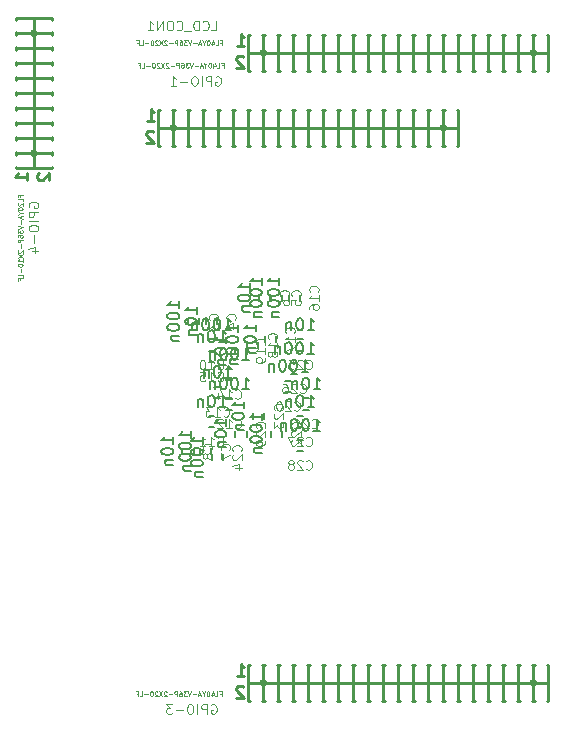
<source format=gbo>
G04 #@! TF.FileFunction,Legend,Bot*
%FSLAX46Y46*%
G04 Gerber Fmt 4.6, Leading zero omitted, Abs format (unit mm)*
G04 Created by KiCad (PCBNEW 0.201501280107+5391~20~ubuntu14.10.1-product) date Fre 06 Feb 2015 15:11:44 CET*
%MOMM*%
G01*
G04 APERTURE LIST*
%ADD10C,0.150000*%
%ADD11C,0.254000*%
%ADD12C,0.127000*%
%ADD13C,0.120000*%
%ADD14C,0.088900*%
G04 APERTURE END LIST*
D10*
D11*
X-103949500Y199961500D02*
X-104076500Y199961500D01*
X-104076500Y199961500D02*
X-104076500Y201485500D01*
X-104076500Y201485500D02*
X-104076500Y203009500D01*
X-104076500Y203009500D02*
X-103949500Y203009500D01*
X-78803500Y199961500D02*
X-78676500Y199961500D01*
X-78676500Y199961500D02*
X-78676500Y201485500D01*
X-78676500Y201485500D02*
X-78676500Y203009500D01*
X-78676500Y203009500D02*
X-78803500Y203009500D01*
X-104076500Y201485500D02*
X-102806500Y201485500D01*
X-102806500Y201485500D02*
X-101536500Y201485500D01*
X-101536500Y201485500D02*
X-100266500Y201485500D01*
X-100266500Y201485500D02*
X-98996500Y201485500D01*
X-98996500Y201485500D02*
X-97726500Y201485500D01*
X-97726500Y201485500D02*
X-96456500Y201485500D01*
X-96456500Y201485500D02*
X-95186500Y201485500D01*
X-95186500Y201485500D02*
X-93916500Y201485500D01*
X-93916500Y201485500D02*
X-92646500Y201485500D01*
X-92646500Y201485500D02*
X-91376500Y201485500D01*
X-91376500Y201485500D02*
X-90106500Y201485500D01*
X-90106500Y201485500D02*
X-88836500Y201485500D01*
X-88836500Y201485500D02*
X-87566500Y201485500D01*
X-87566500Y201485500D02*
X-86296500Y201485500D01*
X-86296500Y201485500D02*
X-85026500Y201485500D01*
X-85026500Y201485500D02*
X-83756500Y201485500D01*
X-83756500Y201485500D02*
X-82486500Y201485500D01*
X-82486500Y201485500D02*
X-81216500Y201485500D01*
X-81216500Y201485500D02*
X-79946500Y201485500D01*
X-79946500Y201485500D02*
X-78676500Y201485500D01*
X-102933500Y203009500D02*
X-102806500Y203009500D01*
X-102806500Y203009500D02*
X-102679500Y203009500D01*
X-101663500Y203009500D02*
X-101536500Y203009500D01*
X-101536500Y203009500D02*
X-101409500Y203009500D01*
X-100393500Y203009500D02*
X-100266500Y203009500D01*
X-100266500Y203009500D02*
X-100139500Y203009500D01*
X-99123500Y203009500D02*
X-98996500Y203009500D01*
X-98996500Y203009500D02*
X-98869500Y203009500D01*
X-97853500Y203009500D02*
X-97726500Y203009500D01*
X-97726500Y203009500D02*
X-97599500Y203009500D01*
X-96583500Y203009500D02*
X-96456500Y203009500D01*
X-96456500Y203009500D02*
X-96329500Y203009500D01*
X-95313500Y203009500D02*
X-95186500Y203009500D01*
X-95186500Y203009500D02*
X-95059500Y203009500D01*
X-94043500Y203009500D02*
X-93916500Y203009500D01*
X-93916500Y203009500D02*
X-93789500Y203009500D01*
X-92773500Y203009500D02*
X-92646500Y203009500D01*
X-92646500Y203009500D02*
X-92519500Y203009500D01*
X-91503500Y203009500D02*
X-91376500Y203009500D01*
X-91376500Y203009500D02*
X-91249500Y203009500D01*
X-90233500Y203009500D02*
X-90106500Y203009500D01*
X-90106500Y203009500D02*
X-89979500Y203009500D01*
X-88963500Y203009500D02*
X-88836500Y203009500D01*
X-88836500Y203009500D02*
X-88709500Y203009500D01*
X-87693500Y203009500D02*
X-87566500Y203009500D01*
X-87566500Y203009500D02*
X-87439500Y203009500D01*
X-86423500Y203009500D02*
X-86296500Y203009500D01*
X-86296500Y203009500D02*
X-86169500Y203009500D01*
X-85153500Y203009500D02*
X-85026500Y203009500D01*
X-85026500Y203009500D02*
X-84899500Y203009500D01*
X-83883500Y203009500D02*
X-83756500Y203009500D01*
X-83756500Y203009500D02*
X-83629500Y203009500D01*
X-82613500Y203009500D02*
X-82486500Y203009500D01*
X-82486500Y203009500D02*
X-82359500Y203009500D01*
X-81343500Y203009500D02*
X-81216500Y203009500D01*
X-81216500Y203009500D02*
X-81089500Y203009500D01*
X-80073500Y203009500D02*
X-79946500Y203009500D01*
X-79946500Y203009500D02*
X-79819500Y203009500D01*
X-80073500Y199961500D02*
X-79819500Y199961500D01*
X-81343500Y199961500D02*
X-81216500Y199961500D01*
X-81216500Y199961500D02*
X-81089500Y199961500D01*
X-82613500Y199961500D02*
X-82486500Y199961500D01*
X-82486500Y199961500D02*
X-82359500Y199961500D01*
X-83883500Y199961500D02*
X-83756500Y199961500D01*
X-83756500Y199961500D02*
X-83629500Y199961500D01*
X-85153500Y199961500D02*
X-85026500Y199961500D01*
X-85026500Y199961500D02*
X-84899500Y199961500D01*
X-86423500Y199961500D02*
X-86296500Y199961500D01*
X-86296500Y199961500D02*
X-86169500Y199961500D01*
X-87693500Y199961500D02*
X-87566500Y199961500D01*
X-87566500Y199961500D02*
X-87439500Y199961500D01*
X-88963500Y199961500D02*
X-88836500Y199961500D01*
X-88836500Y199961500D02*
X-88709500Y199961500D01*
X-90233500Y199961500D02*
X-90106500Y199961500D01*
X-90106500Y199961500D02*
X-89979500Y199961500D01*
X-91503500Y199961500D02*
X-91376500Y199961500D01*
X-91376500Y199961500D02*
X-91249500Y199961500D01*
X-92773500Y199961500D02*
X-92646500Y199961500D01*
X-92646500Y199961500D02*
X-92519500Y199961500D01*
X-94043500Y199961500D02*
X-93916500Y199961500D01*
X-93916500Y199961500D02*
X-93789500Y199961500D01*
X-95313500Y199961500D02*
X-95186500Y199961500D01*
X-95186500Y199961500D02*
X-95059500Y199961500D01*
X-96583500Y199961500D02*
X-96456500Y199961500D01*
X-96456500Y199961500D02*
X-96329500Y199961500D01*
X-97853500Y199961500D02*
X-97726500Y199961500D01*
X-97726500Y199961500D02*
X-97599500Y199961500D01*
X-99123500Y199961500D02*
X-98996500Y199961500D01*
X-98996500Y199961500D02*
X-98869500Y199961500D01*
X-100393500Y199961500D02*
X-100266500Y199961500D01*
X-100266500Y199961500D02*
X-100139500Y199961500D01*
X-101663500Y199961500D02*
X-101536500Y199961500D01*
X-101536500Y199961500D02*
X-101409500Y199961500D01*
X-102933500Y199961500D02*
X-102806500Y199961500D01*
X-102806500Y199961500D02*
X-102679500Y199961500D01*
X-102806500Y203009500D02*
X-102806500Y201485500D01*
X-101536500Y203009500D02*
X-101536500Y201485500D01*
X-100266500Y203009500D02*
X-100266500Y201485500D01*
X-98996500Y203009500D02*
X-98996500Y201485500D01*
X-97726500Y203009500D02*
X-97726500Y201485500D01*
X-96456500Y203009500D02*
X-96456500Y201485500D01*
X-95186500Y203009500D02*
X-95186500Y201485500D01*
X-93916500Y203009500D02*
X-93916500Y201485500D01*
X-102806500Y201485500D02*
X-102806500Y199961500D01*
X-101536500Y201485500D02*
X-101536500Y199961500D01*
X-100266500Y201485500D02*
X-100266500Y199961500D01*
X-98996500Y201485500D02*
X-98996500Y199961500D01*
X-97726500Y201485500D02*
X-97726500Y199961500D01*
X-96456500Y201485500D02*
X-96456500Y199961500D01*
X-95186500Y201485500D02*
X-95186500Y199961500D01*
X-93916500Y201485500D02*
X-93916500Y199961500D01*
X-92646500Y201485500D02*
X-92646500Y199961500D01*
X-91376500Y201485500D02*
X-91376500Y199961500D01*
X-90106500Y201485500D02*
X-90106500Y199961500D01*
X-88836500Y201485500D02*
X-88836500Y199961500D01*
X-87566500Y201485500D02*
X-87566500Y199961500D01*
X-86296500Y201485500D02*
X-86296500Y199961500D01*
X-85026500Y201485500D02*
X-85026500Y199961500D01*
X-83756500Y201485500D02*
X-83756500Y199961500D01*
X-82486500Y201485500D02*
X-82486500Y199961500D01*
X-81216500Y201485500D02*
X-81216500Y199961500D01*
X-92646500Y203009500D02*
X-92646500Y201485500D01*
X-91376500Y203009500D02*
X-91376500Y201485500D01*
X-90106500Y203009500D02*
X-90106500Y201485500D01*
X-88836500Y203009500D02*
X-88836500Y201485500D01*
X-87566500Y203009500D02*
X-87566500Y201485500D01*
X-86296500Y203009500D02*
X-86296500Y201485500D01*
X-85026500Y203009500D02*
X-85026500Y201485500D01*
X-83756500Y203009500D02*
X-83756500Y201485500D01*
X-82486500Y203009500D02*
X-82486500Y201485500D01*
X-81216500Y203009500D02*
X-81216500Y201485500D01*
X-79946500Y203009500D02*
X-79946500Y201485500D01*
X-79946500Y201485500D02*
X-79946500Y199961500D01*
D12*
X-102562237Y201485500D02*
G75*
G03X-102562237Y201485500I-244263J0D01*
G01*
X-103154480Y201485500D02*
X-102455980Y201485500D01*
X-102806500Y201833480D02*
X-102806500Y201137520D01*
X-79702237Y201485500D02*
G75*
G03X-79702237Y201485500I-244263J0D01*
G01*
X-80297020Y201485500D02*
X-79598520Y201485500D01*
X-79946500Y201833480D02*
X-79946500Y201137520D01*
D11*
X-111569500Y246951500D02*
X-111696500Y246951500D01*
X-111696500Y246951500D02*
X-111696500Y248475500D01*
X-111696500Y248475500D02*
X-111696500Y249999500D01*
X-111696500Y249999500D02*
X-111569500Y249999500D01*
X-86423500Y246951500D02*
X-86296500Y246951500D01*
X-86296500Y246951500D02*
X-86296500Y248475500D01*
X-86296500Y248475500D02*
X-86296500Y249999500D01*
X-86296500Y249999500D02*
X-86423500Y249999500D01*
X-111696500Y248475500D02*
X-110426500Y248475500D01*
X-110426500Y248475500D02*
X-109156500Y248475500D01*
X-109156500Y248475500D02*
X-107886500Y248475500D01*
X-107886500Y248475500D02*
X-106616500Y248475500D01*
X-106616500Y248475500D02*
X-105346500Y248475500D01*
X-105346500Y248475500D02*
X-104076500Y248475500D01*
X-104076500Y248475500D02*
X-102806500Y248475500D01*
X-102806500Y248475500D02*
X-101536500Y248475500D01*
X-101536500Y248475500D02*
X-100266500Y248475500D01*
X-100266500Y248475500D02*
X-98996500Y248475500D01*
X-98996500Y248475500D02*
X-97726500Y248475500D01*
X-97726500Y248475500D02*
X-96456500Y248475500D01*
X-96456500Y248475500D02*
X-95186500Y248475500D01*
X-95186500Y248475500D02*
X-93916500Y248475500D01*
X-93916500Y248475500D02*
X-92646500Y248475500D01*
X-92646500Y248475500D02*
X-91376500Y248475500D01*
X-91376500Y248475500D02*
X-90106500Y248475500D01*
X-90106500Y248475500D02*
X-88836500Y248475500D01*
X-88836500Y248475500D02*
X-87566500Y248475500D01*
X-87566500Y248475500D02*
X-86296500Y248475500D01*
X-110553500Y249999500D02*
X-110426500Y249999500D01*
X-110426500Y249999500D02*
X-110299500Y249999500D01*
X-109283500Y249999500D02*
X-109156500Y249999500D01*
X-109156500Y249999500D02*
X-109029500Y249999500D01*
X-108013500Y249999500D02*
X-107886500Y249999500D01*
X-107886500Y249999500D02*
X-107759500Y249999500D01*
X-106743500Y249999500D02*
X-106616500Y249999500D01*
X-106616500Y249999500D02*
X-106489500Y249999500D01*
X-105473500Y249999500D02*
X-105346500Y249999500D01*
X-105346500Y249999500D02*
X-105219500Y249999500D01*
X-104203500Y249999500D02*
X-104076500Y249999500D01*
X-104076500Y249999500D02*
X-103949500Y249999500D01*
X-102933500Y249999500D02*
X-102806500Y249999500D01*
X-102806500Y249999500D02*
X-102679500Y249999500D01*
X-101663500Y249999500D02*
X-101536500Y249999500D01*
X-101536500Y249999500D02*
X-101409500Y249999500D01*
X-100393500Y249999500D02*
X-100266500Y249999500D01*
X-100266500Y249999500D02*
X-100139500Y249999500D01*
X-99123500Y249999500D02*
X-98996500Y249999500D01*
X-98996500Y249999500D02*
X-98869500Y249999500D01*
X-97853500Y249999500D02*
X-97726500Y249999500D01*
X-97726500Y249999500D02*
X-97599500Y249999500D01*
X-96583500Y249999500D02*
X-96456500Y249999500D01*
X-96456500Y249999500D02*
X-96329500Y249999500D01*
X-95313500Y249999500D02*
X-95186500Y249999500D01*
X-95186500Y249999500D02*
X-95059500Y249999500D01*
X-94043500Y249999500D02*
X-93916500Y249999500D01*
X-93916500Y249999500D02*
X-93789500Y249999500D01*
X-92773500Y249999500D02*
X-92646500Y249999500D01*
X-92646500Y249999500D02*
X-92519500Y249999500D01*
X-91503500Y249999500D02*
X-91376500Y249999500D01*
X-91376500Y249999500D02*
X-91249500Y249999500D01*
X-90233500Y249999500D02*
X-90106500Y249999500D01*
X-90106500Y249999500D02*
X-89979500Y249999500D01*
X-88963500Y249999500D02*
X-88836500Y249999500D01*
X-88836500Y249999500D02*
X-88709500Y249999500D01*
X-87693500Y249999500D02*
X-87566500Y249999500D01*
X-87566500Y249999500D02*
X-87439500Y249999500D01*
X-87693500Y246951500D02*
X-87439500Y246951500D01*
X-88963500Y246951500D02*
X-88836500Y246951500D01*
X-88836500Y246951500D02*
X-88709500Y246951500D01*
X-90233500Y246951500D02*
X-90106500Y246951500D01*
X-90106500Y246951500D02*
X-89979500Y246951500D01*
X-91503500Y246951500D02*
X-91376500Y246951500D01*
X-91376500Y246951500D02*
X-91249500Y246951500D01*
X-92773500Y246951500D02*
X-92646500Y246951500D01*
X-92646500Y246951500D02*
X-92519500Y246951500D01*
X-94043500Y246951500D02*
X-93916500Y246951500D01*
X-93916500Y246951500D02*
X-93789500Y246951500D01*
X-95313500Y246951500D02*
X-95186500Y246951500D01*
X-95186500Y246951500D02*
X-95059500Y246951500D01*
X-96583500Y246951500D02*
X-96456500Y246951500D01*
X-96456500Y246951500D02*
X-96329500Y246951500D01*
X-97853500Y246951500D02*
X-97726500Y246951500D01*
X-97726500Y246951500D02*
X-97599500Y246951500D01*
X-99123500Y246951500D02*
X-98996500Y246951500D01*
X-98996500Y246951500D02*
X-98869500Y246951500D01*
X-100393500Y246951500D02*
X-100266500Y246951500D01*
X-100266500Y246951500D02*
X-100139500Y246951500D01*
X-101663500Y246951500D02*
X-101536500Y246951500D01*
X-101536500Y246951500D02*
X-101409500Y246951500D01*
X-102933500Y246951500D02*
X-102806500Y246951500D01*
X-102806500Y246951500D02*
X-102679500Y246951500D01*
X-104203500Y246951500D02*
X-104076500Y246951500D01*
X-104076500Y246951500D02*
X-103949500Y246951500D01*
X-105473500Y246951500D02*
X-105346500Y246951500D01*
X-105346500Y246951500D02*
X-105219500Y246951500D01*
X-106743500Y246951500D02*
X-106616500Y246951500D01*
X-106616500Y246951500D02*
X-106489500Y246951500D01*
X-108013500Y246951500D02*
X-107886500Y246951500D01*
X-107886500Y246951500D02*
X-107759500Y246951500D01*
X-109283500Y246951500D02*
X-109156500Y246951500D01*
X-109156500Y246951500D02*
X-109029500Y246951500D01*
X-110553500Y246951500D02*
X-110426500Y246951500D01*
X-110426500Y246951500D02*
X-110299500Y246951500D01*
X-110426500Y249999500D02*
X-110426500Y248475500D01*
X-109156500Y249999500D02*
X-109156500Y248475500D01*
X-107886500Y249999500D02*
X-107886500Y248475500D01*
X-106616500Y249999500D02*
X-106616500Y248475500D01*
X-105346500Y249999500D02*
X-105346500Y248475500D01*
X-104076500Y249999500D02*
X-104076500Y248475500D01*
X-102806500Y249999500D02*
X-102806500Y248475500D01*
X-101536500Y249999500D02*
X-101536500Y248475500D01*
X-110426500Y248475500D02*
X-110426500Y246951500D01*
X-109156500Y248475500D02*
X-109156500Y246951500D01*
X-107886500Y248475500D02*
X-107886500Y246951500D01*
X-106616500Y248475500D02*
X-106616500Y246951500D01*
X-105346500Y248475500D02*
X-105346500Y246951500D01*
X-104076500Y248475500D02*
X-104076500Y246951500D01*
X-102806500Y248475500D02*
X-102806500Y246951500D01*
X-101536500Y248475500D02*
X-101536500Y246951500D01*
X-100266500Y248475500D02*
X-100266500Y246951500D01*
X-98996500Y248475500D02*
X-98996500Y246951500D01*
X-97726500Y248475500D02*
X-97726500Y246951500D01*
X-96456500Y248475500D02*
X-96456500Y246951500D01*
X-95186500Y248475500D02*
X-95186500Y246951500D01*
X-93916500Y248475500D02*
X-93916500Y246951500D01*
X-92646500Y248475500D02*
X-92646500Y246951500D01*
X-91376500Y248475500D02*
X-91376500Y246951500D01*
X-90106500Y248475500D02*
X-90106500Y246951500D01*
X-88836500Y248475500D02*
X-88836500Y246951500D01*
X-100266500Y249999500D02*
X-100266500Y248475500D01*
X-98996500Y249999500D02*
X-98996500Y248475500D01*
X-97726500Y249999500D02*
X-97726500Y248475500D01*
X-96456500Y249999500D02*
X-96456500Y248475500D01*
X-95186500Y249999500D02*
X-95186500Y248475500D01*
X-93916500Y249999500D02*
X-93916500Y248475500D01*
X-92646500Y249999500D02*
X-92646500Y248475500D01*
X-91376500Y249999500D02*
X-91376500Y248475500D01*
X-90106500Y249999500D02*
X-90106500Y248475500D01*
X-88836500Y249999500D02*
X-88836500Y248475500D01*
X-87566500Y249999500D02*
X-87566500Y248475500D01*
X-87566500Y248475500D02*
X-87566500Y246951500D01*
D12*
X-110182237Y248475500D02*
G75*
G03X-110182237Y248475500I-244263J0D01*
G01*
X-110774480Y248475500D02*
X-110075980Y248475500D01*
X-110426500Y248823480D02*
X-110426500Y248127520D01*
X-87322237Y248475500D02*
G75*
G03X-87322237Y248475500I-244263J0D01*
G01*
X-87917020Y248475500D02*
X-87218520Y248475500D01*
X-87566500Y248823480D02*
X-87566500Y248127520D01*
D11*
X-103949500Y253301500D02*
X-104076500Y253301500D01*
X-104076500Y253301500D02*
X-104076500Y254825500D01*
X-104076500Y254825500D02*
X-104076500Y256349500D01*
X-104076500Y256349500D02*
X-103949500Y256349500D01*
X-78803500Y253301500D02*
X-78676500Y253301500D01*
X-78676500Y253301500D02*
X-78676500Y254825500D01*
X-78676500Y254825500D02*
X-78676500Y256349500D01*
X-78676500Y256349500D02*
X-78803500Y256349500D01*
X-104076500Y254825500D02*
X-102806500Y254825500D01*
X-102806500Y254825500D02*
X-101536500Y254825500D01*
X-101536500Y254825500D02*
X-100266500Y254825500D01*
X-100266500Y254825500D02*
X-98996500Y254825500D01*
X-98996500Y254825500D02*
X-97726500Y254825500D01*
X-97726500Y254825500D02*
X-96456500Y254825500D01*
X-96456500Y254825500D02*
X-95186500Y254825500D01*
X-95186500Y254825500D02*
X-93916500Y254825500D01*
X-93916500Y254825500D02*
X-92646500Y254825500D01*
X-92646500Y254825500D02*
X-91376500Y254825500D01*
X-91376500Y254825500D02*
X-90106500Y254825500D01*
X-90106500Y254825500D02*
X-88836500Y254825500D01*
X-88836500Y254825500D02*
X-87566500Y254825500D01*
X-87566500Y254825500D02*
X-86296500Y254825500D01*
X-86296500Y254825500D02*
X-85026500Y254825500D01*
X-85026500Y254825500D02*
X-83756500Y254825500D01*
X-83756500Y254825500D02*
X-82486500Y254825500D01*
X-82486500Y254825500D02*
X-81216500Y254825500D01*
X-81216500Y254825500D02*
X-79946500Y254825500D01*
X-79946500Y254825500D02*
X-78676500Y254825500D01*
X-102933500Y256349500D02*
X-102806500Y256349500D01*
X-102806500Y256349500D02*
X-102679500Y256349500D01*
X-101663500Y256349500D02*
X-101536500Y256349500D01*
X-101536500Y256349500D02*
X-101409500Y256349500D01*
X-100393500Y256349500D02*
X-100266500Y256349500D01*
X-100266500Y256349500D02*
X-100139500Y256349500D01*
X-99123500Y256349500D02*
X-98996500Y256349500D01*
X-98996500Y256349500D02*
X-98869500Y256349500D01*
X-97853500Y256349500D02*
X-97726500Y256349500D01*
X-97726500Y256349500D02*
X-97599500Y256349500D01*
X-96583500Y256349500D02*
X-96456500Y256349500D01*
X-96456500Y256349500D02*
X-96329500Y256349500D01*
X-95313500Y256349500D02*
X-95186500Y256349500D01*
X-95186500Y256349500D02*
X-95059500Y256349500D01*
X-94043500Y256349500D02*
X-93916500Y256349500D01*
X-93916500Y256349500D02*
X-93789500Y256349500D01*
X-92773500Y256349500D02*
X-92646500Y256349500D01*
X-92646500Y256349500D02*
X-92519500Y256349500D01*
X-91503500Y256349500D02*
X-91376500Y256349500D01*
X-91376500Y256349500D02*
X-91249500Y256349500D01*
X-90233500Y256349500D02*
X-90106500Y256349500D01*
X-90106500Y256349500D02*
X-89979500Y256349500D01*
X-88963500Y256349500D02*
X-88836500Y256349500D01*
X-88836500Y256349500D02*
X-88709500Y256349500D01*
X-87693500Y256349500D02*
X-87566500Y256349500D01*
X-87566500Y256349500D02*
X-87439500Y256349500D01*
X-86423500Y256349500D02*
X-86296500Y256349500D01*
X-86296500Y256349500D02*
X-86169500Y256349500D01*
X-85153500Y256349500D02*
X-85026500Y256349500D01*
X-85026500Y256349500D02*
X-84899500Y256349500D01*
X-83883500Y256349500D02*
X-83756500Y256349500D01*
X-83756500Y256349500D02*
X-83629500Y256349500D01*
X-82613500Y256349500D02*
X-82486500Y256349500D01*
X-82486500Y256349500D02*
X-82359500Y256349500D01*
X-81343500Y256349500D02*
X-81216500Y256349500D01*
X-81216500Y256349500D02*
X-81089500Y256349500D01*
X-80073500Y256349500D02*
X-79946500Y256349500D01*
X-79946500Y256349500D02*
X-79819500Y256349500D01*
X-80073500Y253301500D02*
X-79819500Y253301500D01*
X-81343500Y253301500D02*
X-81216500Y253301500D01*
X-81216500Y253301500D02*
X-81089500Y253301500D01*
X-82613500Y253301500D02*
X-82486500Y253301500D01*
X-82486500Y253301500D02*
X-82359500Y253301500D01*
X-83883500Y253301500D02*
X-83756500Y253301500D01*
X-83756500Y253301500D02*
X-83629500Y253301500D01*
X-85153500Y253301500D02*
X-85026500Y253301500D01*
X-85026500Y253301500D02*
X-84899500Y253301500D01*
X-86423500Y253301500D02*
X-86296500Y253301500D01*
X-86296500Y253301500D02*
X-86169500Y253301500D01*
X-87693500Y253301500D02*
X-87566500Y253301500D01*
X-87566500Y253301500D02*
X-87439500Y253301500D01*
X-88963500Y253301500D02*
X-88836500Y253301500D01*
X-88836500Y253301500D02*
X-88709500Y253301500D01*
X-90233500Y253301500D02*
X-90106500Y253301500D01*
X-90106500Y253301500D02*
X-89979500Y253301500D01*
X-91503500Y253301500D02*
X-91376500Y253301500D01*
X-91376500Y253301500D02*
X-91249500Y253301500D01*
X-92773500Y253301500D02*
X-92646500Y253301500D01*
X-92646500Y253301500D02*
X-92519500Y253301500D01*
X-94043500Y253301500D02*
X-93916500Y253301500D01*
X-93916500Y253301500D02*
X-93789500Y253301500D01*
X-95313500Y253301500D02*
X-95186500Y253301500D01*
X-95186500Y253301500D02*
X-95059500Y253301500D01*
X-96583500Y253301500D02*
X-96456500Y253301500D01*
X-96456500Y253301500D02*
X-96329500Y253301500D01*
X-97853500Y253301500D02*
X-97726500Y253301500D01*
X-97726500Y253301500D02*
X-97599500Y253301500D01*
X-99123500Y253301500D02*
X-98996500Y253301500D01*
X-98996500Y253301500D02*
X-98869500Y253301500D01*
X-100393500Y253301500D02*
X-100266500Y253301500D01*
X-100266500Y253301500D02*
X-100139500Y253301500D01*
X-101663500Y253301500D02*
X-101536500Y253301500D01*
X-101536500Y253301500D02*
X-101409500Y253301500D01*
X-102933500Y253301500D02*
X-102806500Y253301500D01*
X-102806500Y253301500D02*
X-102679500Y253301500D01*
X-102806500Y256349500D02*
X-102806500Y254825500D01*
X-101536500Y256349500D02*
X-101536500Y254825500D01*
X-100266500Y256349500D02*
X-100266500Y254825500D01*
X-98996500Y256349500D02*
X-98996500Y254825500D01*
X-97726500Y256349500D02*
X-97726500Y254825500D01*
X-96456500Y256349500D02*
X-96456500Y254825500D01*
X-95186500Y256349500D02*
X-95186500Y254825500D01*
X-93916500Y256349500D02*
X-93916500Y254825500D01*
X-102806500Y254825500D02*
X-102806500Y253301500D01*
X-101536500Y254825500D02*
X-101536500Y253301500D01*
X-100266500Y254825500D02*
X-100266500Y253301500D01*
X-98996500Y254825500D02*
X-98996500Y253301500D01*
X-97726500Y254825500D02*
X-97726500Y253301500D01*
X-96456500Y254825500D02*
X-96456500Y253301500D01*
X-95186500Y254825500D02*
X-95186500Y253301500D01*
X-93916500Y254825500D02*
X-93916500Y253301500D01*
X-92646500Y254825500D02*
X-92646500Y253301500D01*
X-91376500Y254825500D02*
X-91376500Y253301500D01*
X-90106500Y254825500D02*
X-90106500Y253301500D01*
X-88836500Y254825500D02*
X-88836500Y253301500D01*
X-87566500Y254825500D02*
X-87566500Y253301500D01*
X-86296500Y254825500D02*
X-86296500Y253301500D01*
X-85026500Y254825500D02*
X-85026500Y253301500D01*
X-83756500Y254825500D02*
X-83756500Y253301500D01*
X-82486500Y254825500D02*
X-82486500Y253301500D01*
X-81216500Y254825500D02*
X-81216500Y253301500D01*
X-92646500Y256349500D02*
X-92646500Y254825500D01*
X-91376500Y256349500D02*
X-91376500Y254825500D01*
X-90106500Y256349500D02*
X-90106500Y254825500D01*
X-88836500Y256349500D02*
X-88836500Y254825500D01*
X-87566500Y256349500D02*
X-87566500Y254825500D01*
X-86296500Y256349500D02*
X-86296500Y254825500D01*
X-85026500Y256349500D02*
X-85026500Y254825500D01*
X-83756500Y256349500D02*
X-83756500Y254825500D01*
X-82486500Y256349500D02*
X-82486500Y254825500D01*
X-81216500Y256349500D02*
X-81216500Y254825500D01*
X-79946500Y256349500D02*
X-79946500Y254825500D01*
X-79946500Y254825500D02*
X-79946500Y253301500D01*
D12*
X-102562237Y254825500D02*
G75*
G03X-102562237Y254825500I-244263J0D01*
G01*
X-103154480Y254825500D02*
X-102455980Y254825500D01*
X-102806500Y255173480D02*
X-102806500Y254477520D01*
X-79702237Y254825500D02*
G75*
G03X-79702237Y254825500I-244263J0D01*
G01*
X-80297020Y254825500D02*
X-79598520Y254825500D01*
X-79946500Y255173480D02*
X-79946500Y254477520D01*
D11*
X-120713500Y245173500D02*
X-120713500Y245046500D01*
X-120713500Y245046500D02*
X-122237500Y245046500D01*
X-122237500Y245046500D02*
X-123761500Y245046500D01*
X-123761500Y245046500D02*
X-123761500Y245173500D01*
X-122237500Y245046500D02*
X-122237500Y246316500D01*
X-122237500Y246316500D02*
X-122237500Y247586500D01*
X-122237500Y247586500D02*
X-122237500Y248856500D01*
X-122237500Y248856500D02*
X-122237500Y250126500D01*
X-122237500Y250126500D02*
X-122237500Y251396500D01*
X-122237500Y251396500D02*
X-122237500Y252666500D01*
X-122237500Y252666500D02*
X-122237500Y253936500D01*
X-122237500Y253936500D02*
X-122237500Y255206500D01*
X-122237500Y255206500D02*
X-122237500Y256476500D01*
X-122237500Y256476500D02*
X-122237500Y257746500D01*
X-123761500Y246189500D02*
X-123761500Y246316500D01*
X-123761500Y246316500D02*
X-123761500Y246443500D01*
X-123761500Y247459500D02*
X-123761500Y247586500D01*
X-123761500Y247586500D02*
X-123761500Y247713500D01*
X-123761500Y248729500D02*
X-123761500Y248856500D01*
X-123761500Y248856500D02*
X-123761500Y248983500D01*
X-123761500Y249999500D02*
X-123761500Y250126500D01*
X-123761500Y250126500D02*
X-123761500Y250253500D01*
X-123761500Y251269500D02*
X-123761500Y251396500D01*
X-123761500Y251396500D02*
X-123761500Y251523500D01*
X-123761500Y252539500D02*
X-123761500Y252666500D01*
X-123761500Y252666500D02*
X-123761500Y252793500D01*
X-123761500Y253809500D02*
X-123761500Y253936500D01*
X-123761500Y253936500D02*
X-123761500Y254063500D01*
X-123761500Y255079500D02*
X-123761500Y255206500D01*
X-123761500Y255206500D02*
X-123761500Y255333500D01*
X-123761500Y256349500D02*
X-123761500Y256476500D01*
X-123761500Y256476500D02*
X-123761500Y256603500D01*
X-123761500Y257619500D02*
X-123761500Y257746500D01*
X-120713500Y257619500D02*
X-120713500Y257746500D01*
X-120713500Y256349500D02*
X-120713500Y256476500D01*
X-120713500Y256476500D02*
X-120713500Y256603500D01*
X-120713500Y255079500D02*
X-120713500Y255206500D01*
X-120713500Y255206500D02*
X-120713500Y255333500D01*
X-120713500Y253809500D02*
X-120713500Y253936500D01*
X-120713500Y253936500D02*
X-120713500Y254063500D01*
X-120713500Y252539500D02*
X-120713500Y252666500D01*
X-120713500Y252666500D02*
X-120713500Y252793500D01*
X-120713500Y251269500D02*
X-120713500Y251396500D01*
X-120713500Y251396500D02*
X-120713500Y251523500D01*
X-120713500Y249999500D02*
X-120713500Y250126500D01*
X-120713500Y250126500D02*
X-120713500Y250253500D01*
X-120713500Y248729500D02*
X-120713500Y248856500D01*
X-120713500Y248856500D02*
X-120713500Y248983500D01*
X-120713500Y247459500D02*
X-120713500Y247586500D01*
X-120713500Y247586500D02*
X-120713500Y247713500D01*
X-120713500Y246189500D02*
X-120713500Y246316500D01*
X-120713500Y246316500D02*
X-120713500Y246443500D01*
X-123761500Y246316500D02*
X-122237500Y246316500D01*
X-123761500Y247586500D02*
X-122237500Y247586500D01*
X-123761500Y248856500D02*
X-122237500Y248856500D01*
X-123761500Y250126500D02*
X-122237500Y250126500D01*
X-123761500Y251396500D02*
X-122237500Y251396500D01*
X-123761500Y252666500D02*
X-122237500Y252666500D01*
X-123761500Y253936500D02*
X-122237500Y253936500D01*
X-123761500Y255206500D02*
X-122237500Y255206500D01*
X-122237500Y246316500D02*
X-120713500Y246316500D01*
X-122237500Y247586500D02*
X-120713500Y247586500D01*
X-122237500Y248856500D02*
X-120713500Y248856500D01*
X-122237500Y250126500D02*
X-120713500Y250126500D01*
X-122237500Y251396500D02*
X-120713500Y251396500D01*
X-122237500Y252666500D02*
X-120713500Y252666500D01*
X-122237500Y253936500D02*
X-120713500Y253936500D01*
X-122237500Y255206500D02*
X-120713500Y255206500D01*
X-122237500Y256476500D02*
X-120713500Y256476500D01*
X-122237500Y257746500D02*
X-120713500Y257746500D01*
X-123761500Y256476500D02*
X-122237500Y256476500D01*
X-123761500Y257746500D02*
X-122237500Y257746500D01*
D12*
X-121993237Y246316500D02*
G75*
G03X-121993237Y246316500I-244263J0D01*
G01*
X-122237500Y245968520D02*
X-122237500Y246667020D01*
X-122585480Y246316500D02*
X-121889520Y246316500D01*
X-121993237Y256476500D02*
G75*
G03X-121993237Y256476500I-244263J0D01*
G01*
X-122237500Y256125980D02*
X-122237500Y256824480D01*
X-122585480Y256476500D02*
X-121889520Y256476500D01*
D10*
X-108212000Y232342000D02*
X-108212000Y231842000D01*
X-109162000Y231842000D02*
X-109162000Y232342000D01*
X-106712000Y232342000D02*
X-106712000Y231842000D01*
X-107662000Y231842000D02*
X-107662000Y232342000D01*
X-101212000Y234342000D02*
X-101212000Y233842000D01*
X-102162000Y233842000D02*
X-102162000Y234342000D01*
X-102212000Y234342000D02*
X-102212000Y233842000D01*
X-103162000Y233842000D02*
X-103162000Y234342000D01*
X-107212000Y221342000D02*
X-107212000Y220842000D01*
X-108162000Y220842000D02*
X-108162000Y221342000D01*
X-108712000Y221342000D02*
X-108712000Y220842000D01*
X-109662000Y220842000D02*
X-109662000Y221342000D01*
X-106937000Y229617000D02*
X-107437000Y229617000D01*
X-107437000Y230567000D02*
X-106937000Y230567000D01*
X-106937000Y223117000D02*
X-107437000Y223117000D01*
X-107437000Y224067000D02*
X-106937000Y224067000D01*
X-105437000Y224617000D02*
X-105937000Y224617000D01*
X-105937000Y225567000D02*
X-105437000Y225567000D01*
X-106437000Y225617000D02*
X-106937000Y225617000D01*
X-106937000Y226567000D02*
X-106437000Y226567000D01*
X-105437000Y227117000D02*
X-105937000Y227117000D01*
X-105937000Y228067000D02*
X-105437000Y228067000D01*
X-106937000Y228617000D02*
X-107437000Y228617000D01*
X-107437000Y229567000D02*
X-106937000Y229567000D01*
X-99712000Y234342000D02*
X-99712000Y233842000D01*
X-100662000Y233842000D02*
X-100662000Y234342000D01*
X-101712000Y230842000D02*
X-101712000Y230342000D01*
X-102662000Y230342000D02*
X-102662000Y230842000D01*
X-103212000Y230342000D02*
X-103212000Y229842000D01*
X-104162000Y229842000D02*
X-104162000Y230342000D01*
X-104212000Y229842000D02*
X-104212000Y229342000D01*
X-105162000Y229342000D02*
X-105162000Y229842000D01*
X-100437000Y226117000D02*
X-100937000Y226117000D01*
X-100937000Y227067000D02*
X-100437000Y227067000D01*
X-98937000Y224617000D02*
X-99437000Y224617000D01*
X-99437000Y225567000D02*
X-98937000Y225567000D01*
X-101212000Y222842000D02*
X-101212000Y222342000D01*
X-102162000Y222342000D02*
X-102162000Y222842000D01*
X-102712000Y224342000D02*
X-102712000Y223842000D01*
X-103662000Y223842000D02*
X-103662000Y224342000D01*
X-106212000Y220842000D02*
X-106212000Y220342000D01*
X-107162000Y220342000D02*
X-107162000Y220842000D01*
X-99437000Y229617000D02*
X-99937000Y229617000D01*
X-99937000Y230567000D02*
X-99437000Y230567000D01*
X-99937000Y227617000D02*
X-100437000Y227617000D01*
X-100437000Y228567000D02*
X-99937000Y228567000D01*
X-99437000Y223117000D02*
X-99937000Y223117000D01*
X-99937000Y224067000D02*
X-99437000Y224067000D01*
X-99437000Y221117000D02*
X-99937000Y221117000D01*
X-99937000Y222067000D02*
X-99437000Y222067000D01*
X-104212000Y222842000D02*
X-104212000Y222342000D01*
X-105162000Y222342000D02*
X-105162000Y222842000D01*
D13*
X-107200910Y199624900D02*
X-107124719Y199662995D01*
X-107010434Y199662995D01*
X-106896148Y199624900D01*
X-106819957Y199548710D01*
X-106781862Y199472519D01*
X-106743767Y199320138D01*
X-106743767Y199205852D01*
X-106781862Y199053471D01*
X-106819957Y198977281D01*
X-106896148Y198901090D01*
X-107010434Y198862995D01*
X-107086624Y198862995D01*
X-107200910Y198901090D01*
X-107239005Y198939186D01*
X-107239005Y199205852D01*
X-107086624Y199205852D01*
X-107581862Y198862995D02*
X-107581862Y199662995D01*
X-107886624Y199662995D01*
X-107962815Y199624900D01*
X-108000910Y199586805D01*
X-108039005Y199510614D01*
X-108039005Y199396329D01*
X-108000910Y199320138D01*
X-107962815Y199282043D01*
X-107886624Y199243948D01*
X-107581862Y199243948D01*
X-108381862Y198862995D02*
X-108381862Y199662995D01*
X-108915195Y199662995D02*
X-109067576Y199662995D01*
X-109143767Y199624900D01*
X-109219957Y199548710D01*
X-109258052Y199396329D01*
X-109258052Y199129662D01*
X-109219957Y198977281D01*
X-109143767Y198901090D01*
X-109067576Y198862995D01*
X-108915195Y198862995D01*
X-108839005Y198901090D01*
X-108762814Y198977281D01*
X-108724719Y199129662D01*
X-108724719Y199396329D01*
X-108762814Y199548710D01*
X-108839005Y199624900D01*
X-108915195Y199662995D01*
X-109600909Y199167757D02*
X-110210433Y199167757D01*
X-110515195Y199662995D02*
X-111010433Y199662995D01*
X-110743766Y199358233D01*
X-110858052Y199358233D01*
X-110934242Y199320138D01*
X-110972338Y199282043D01*
X-111010433Y199205852D01*
X-111010433Y199015376D01*
X-110972338Y198939186D01*
X-110934242Y198901090D01*
X-110858052Y198862995D01*
X-110629480Y198862995D01*
X-110553290Y198901090D01*
X-110515195Y198939186D01*
D14*
X-106470147Y200562029D02*
X-106334680Y200562029D01*
X-106334680Y200349152D02*
X-106334680Y200755552D01*
X-106528204Y200755552D01*
X-106876547Y200349152D02*
X-106683023Y200349152D01*
X-106683023Y200755552D01*
X-107186184Y200620086D02*
X-107186184Y200349152D01*
X-107089422Y200774905D02*
X-106992661Y200484619D01*
X-107244241Y200484619D01*
X-107476470Y200755552D02*
X-107515175Y200755552D01*
X-107553880Y200736200D01*
X-107573232Y200716848D01*
X-107592585Y200678143D01*
X-107611937Y200600733D01*
X-107611937Y200503971D01*
X-107592585Y200426562D01*
X-107573232Y200387857D01*
X-107553880Y200368505D01*
X-107515175Y200349152D01*
X-107476470Y200349152D01*
X-107437766Y200368505D01*
X-107418413Y200387857D01*
X-107399061Y200426562D01*
X-107379709Y200503971D01*
X-107379709Y200600733D01*
X-107399061Y200678143D01*
X-107418413Y200716848D01*
X-107437766Y200736200D01*
X-107476470Y200755552D01*
X-107863518Y200542676D02*
X-107863518Y200349152D01*
X-107728052Y200755552D02*
X-107863518Y200542676D01*
X-107998985Y200755552D01*
X-108115100Y200465267D02*
X-108308623Y200465267D01*
X-108076395Y200349152D02*
X-108211861Y200755552D01*
X-108347328Y200349152D01*
X-108482795Y200503971D02*
X-108792433Y200503971D01*
X-108927900Y200755552D02*
X-109063366Y200349152D01*
X-109198833Y200755552D01*
X-109295595Y200755552D02*
X-109547176Y200755552D01*
X-109411709Y200600733D01*
X-109469767Y200600733D01*
X-109508471Y200581381D01*
X-109527824Y200562029D01*
X-109547176Y200523324D01*
X-109547176Y200426562D01*
X-109527824Y200387857D01*
X-109508471Y200368505D01*
X-109469767Y200349152D01*
X-109353652Y200349152D01*
X-109314948Y200368505D01*
X-109295595Y200387857D01*
X-109895519Y200755552D02*
X-109818110Y200755552D01*
X-109779405Y200736200D01*
X-109760053Y200716848D01*
X-109721348Y200658790D01*
X-109701996Y200581381D01*
X-109701996Y200426562D01*
X-109721348Y200387857D01*
X-109740700Y200368505D01*
X-109779405Y200349152D01*
X-109856815Y200349152D01*
X-109895519Y200368505D01*
X-109914872Y200387857D01*
X-109934224Y200426562D01*
X-109934224Y200523324D01*
X-109914872Y200562029D01*
X-109895519Y200581381D01*
X-109856815Y200600733D01*
X-109779405Y200600733D01*
X-109740700Y200581381D01*
X-109721348Y200562029D01*
X-109701996Y200523324D01*
X-110108396Y200349152D02*
X-110108396Y200755552D01*
X-110263215Y200755552D01*
X-110301920Y200736200D01*
X-110321272Y200716848D01*
X-110340624Y200678143D01*
X-110340624Y200620086D01*
X-110321272Y200581381D01*
X-110301920Y200562029D01*
X-110263215Y200542676D01*
X-110108396Y200542676D01*
X-110514796Y200503971D02*
X-110824434Y200503971D01*
X-110998606Y200716848D02*
X-111017958Y200736200D01*
X-111056663Y200755552D01*
X-111153425Y200755552D01*
X-111192129Y200736200D01*
X-111211482Y200716848D01*
X-111230834Y200678143D01*
X-111230834Y200639438D01*
X-111211482Y200581381D01*
X-110979253Y200349152D01*
X-111230834Y200349152D01*
X-111366301Y200755552D02*
X-111637234Y200349152D01*
X-111637234Y200755552D02*
X-111366301Y200349152D01*
X-111772702Y200716848D02*
X-111792054Y200736200D01*
X-111830759Y200755552D01*
X-111927521Y200755552D01*
X-111966225Y200736200D01*
X-111985578Y200716848D01*
X-112004930Y200678143D01*
X-112004930Y200639438D01*
X-111985578Y200581381D01*
X-111753349Y200349152D01*
X-112004930Y200349152D01*
X-112256511Y200755552D02*
X-112295216Y200755552D01*
X-112333921Y200736200D01*
X-112353273Y200716848D01*
X-112372626Y200678143D01*
X-112391978Y200600733D01*
X-112391978Y200503971D01*
X-112372626Y200426562D01*
X-112353273Y200387857D01*
X-112333921Y200368505D01*
X-112295216Y200349152D01*
X-112256511Y200349152D01*
X-112217807Y200368505D01*
X-112198454Y200387857D01*
X-112179102Y200426562D01*
X-112159750Y200503971D01*
X-112159750Y200600733D01*
X-112179102Y200678143D01*
X-112198454Y200716848D01*
X-112217807Y200736200D01*
X-112256511Y200755552D01*
X-112566150Y200503971D02*
X-112875788Y200503971D01*
X-113262836Y200349152D02*
X-113069312Y200349152D01*
X-113069312Y200755552D01*
X-113533769Y200562029D02*
X-113398302Y200562029D01*
X-113398302Y200349152D02*
X-113398302Y200755552D01*
X-113591826Y200755552D01*
D11*
X-104496215Y201145119D02*
X-104544596Y201193500D01*
X-104641358Y201241881D01*
X-104883262Y201241881D01*
X-104980024Y201193500D01*
X-105028405Y201145119D01*
X-105076786Y201048357D01*
X-105076786Y200951595D01*
X-105028405Y200806452D01*
X-104447834Y200225881D01*
X-105076786Y200225881D01*
X-105016786Y202095881D02*
X-104436215Y202095881D01*
X-104726501Y202095881D02*
X-104726501Y203111881D01*
X-104629739Y202966738D01*
X-104532977Y202869976D01*
X-104436215Y202821595D01*
D13*
X-106832610Y252812500D02*
X-106756419Y252850595D01*
X-106642134Y252850595D01*
X-106527848Y252812500D01*
X-106451657Y252736310D01*
X-106413562Y252660119D01*
X-106375467Y252507738D01*
X-106375467Y252393452D01*
X-106413562Y252241071D01*
X-106451657Y252164881D01*
X-106527848Y252088690D01*
X-106642134Y252050595D01*
X-106718324Y252050595D01*
X-106832610Y252088690D01*
X-106870705Y252126786D01*
X-106870705Y252393452D01*
X-106718324Y252393452D01*
X-107213562Y252050595D02*
X-107213562Y252850595D01*
X-107518324Y252850595D01*
X-107594515Y252812500D01*
X-107632610Y252774405D01*
X-107670705Y252698214D01*
X-107670705Y252583929D01*
X-107632610Y252507738D01*
X-107594515Y252469643D01*
X-107518324Y252431548D01*
X-107213562Y252431548D01*
X-108013562Y252050595D02*
X-108013562Y252850595D01*
X-108546895Y252850595D02*
X-108699276Y252850595D01*
X-108775467Y252812500D01*
X-108851657Y252736310D01*
X-108889752Y252583929D01*
X-108889752Y252317262D01*
X-108851657Y252164881D01*
X-108775467Y252088690D01*
X-108699276Y252050595D01*
X-108546895Y252050595D01*
X-108470705Y252088690D01*
X-108394514Y252164881D01*
X-108356419Y252317262D01*
X-108356419Y252583929D01*
X-108394514Y252736310D01*
X-108470705Y252812500D01*
X-108546895Y252850595D01*
X-109232609Y252355357D02*
X-109842133Y252355357D01*
X-110642133Y252050595D02*
X-110184990Y252050595D01*
X-110413561Y252050595D02*
X-110413561Y252850595D01*
X-110337371Y252736310D01*
X-110261180Y252660119D01*
X-110184990Y252622024D01*
D14*
X-106305047Y253787729D02*
X-106169580Y253787729D01*
X-106169580Y253574852D02*
X-106169580Y253981252D01*
X-106363104Y253981252D01*
X-106711447Y253574852D02*
X-106517923Y253574852D01*
X-106517923Y253981252D01*
X-107021084Y253845786D02*
X-107021084Y253574852D01*
X-106924322Y254000605D02*
X-106827561Y253710319D01*
X-107079141Y253710319D01*
X-107311370Y253981252D02*
X-107350075Y253981252D01*
X-107388780Y253961900D01*
X-107408132Y253942548D01*
X-107427485Y253903843D01*
X-107446837Y253826433D01*
X-107446837Y253729671D01*
X-107427485Y253652262D01*
X-107408132Y253613557D01*
X-107388780Y253594205D01*
X-107350075Y253574852D01*
X-107311370Y253574852D01*
X-107272666Y253594205D01*
X-107253313Y253613557D01*
X-107233961Y253652262D01*
X-107214609Y253729671D01*
X-107214609Y253826433D01*
X-107233961Y253903843D01*
X-107253313Y253942548D01*
X-107272666Y253961900D01*
X-107311370Y253981252D01*
X-107698418Y253768376D02*
X-107698418Y253574852D01*
X-107562952Y253981252D02*
X-107698418Y253768376D01*
X-107833885Y253981252D01*
X-107950000Y253690967D02*
X-108143523Y253690967D01*
X-107911295Y253574852D02*
X-108046761Y253981252D01*
X-108182228Y253574852D01*
X-108317695Y253729671D02*
X-108627333Y253729671D01*
X-108762800Y253981252D02*
X-108898266Y253574852D01*
X-109033733Y253981252D01*
X-109130495Y253981252D02*
X-109382076Y253981252D01*
X-109246609Y253826433D01*
X-109304667Y253826433D01*
X-109343371Y253807081D01*
X-109362724Y253787729D01*
X-109382076Y253749024D01*
X-109382076Y253652262D01*
X-109362724Y253613557D01*
X-109343371Y253594205D01*
X-109304667Y253574852D01*
X-109188552Y253574852D01*
X-109149848Y253594205D01*
X-109130495Y253613557D01*
X-109730419Y253981252D02*
X-109653010Y253981252D01*
X-109614305Y253961900D01*
X-109594953Y253942548D01*
X-109556248Y253884490D01*
X-109536896Y253807081D01*
X-109536896Y253652262D01*
X-109556248Y253613557D01*
X-109575600Y253594205D01*
X-109614305Y253574852D01*
X-109691715Y253574852D01*
X-109730419Y253594205D01*
X-109749772Y253613557D01*
X-109769124Y253652262D01*
X-109769124Y253749024D01*
X-109749772Y253787729D01*
X-109730419Y253807081D01*
X-109691715Y253826433D01*
X-109614305Y253826433D01*
X-109575600Y253807081D01*
X-109556248Y253787729D01*
X-109536896Y253749024D01*
X-109943296Y253574852D02*
X-109943296Y253981252D01*
X-110098115Y253981252D01*
X-110136820Y253961900D01*
X-110156172Y253942548D01*
X-110175524Y253903843D01*
X-110175524Y253845786D01*
X-110156172Y253807081D01*
X-110136820Y253787729D01*
X-110098115Y253768376D01*
X-109943296Y253768376D01*
X-110349696Y253729671D02*
X-110659334Y253729671D01*
X-110833506Y253942548D02*
X-110852858Y253961900D01*
X-110891563Y253981252D01*
X-110988325Y253981252D01*
X-111027029Y253961900D01*
X-111046382Y253942548D01*
X-111065734Y253903843D01*
X-111065734Y253865138D01*
X-111046382Y253807081D01*
X-110814153Y253574852D01*
X-111065734Y253574852D01*
X-111201201Y253981252D02*
X-111472134Y253574852D01*
X-111472134Y253981252D02*
X-111201201Y253574852D01*
X-111607602Y253942548D02*
X-111626954Y253961900D01*
X-111665659Y253981252D01*
X-111762421Y253981252D01*
X-111801125Y253961900D01*
X-111820478Y253942548D01*
X-111839830Y253903843D01*
X-111839830Y253865138D01*
X-111820478Y253807081D01*
X-111588249Y253574852D01*
X-111839830Y253574852D01*
X-112091411Y253981252D02*
X-112130116Y253981252D01*
X-112168821Y253961900D01*
X-112188173Y253942548D01*
X-112207526Y253903843D01*
X-112226878Y253826433D01*
X-112226878Y253729671D01*
X-112207526Y253652262D01*
X-112188173Y253613557D01*
X-112168821Y253594205D01*
X-112130116Y253574852D01*
X-112091411Y253574852D01*
X-112052707Y253594205D01*
X-112033354Y253613557D01*
X-112014002Y253652262D01*
X-111994650Y253729671D01*
X-111994650Y253826433D01*
X-112014002Y253903843D01*
X-112033354Y253942548D01*
X-112052707Y253961900D01*
X-112091411Y253981252D01*
X-112401050Y253729671D02*
X-112710688Y253729671D01*
X-113097736Y253574852D02*
X-112904212Y253574852D01*
X-112904212Y253981252D01*
X-113368669Y253787729D02*
X-113233202Y253787729D01*
X-113233202Y253574852D02*
X-113233202Y253981252D01*
X-113426726Y253981252D01*
D11*
X-112116215Y248135119D02*
X-112164596Y248183500D01*
X-112261358Y248231881D01*
X-112503262Y248231881D01*
X-112600024Y248183500D01*
X-112648405Y248135119D01*
X-112696786Y248038357D01*
X-112696786Y247941595D01*
X-112648405Y247796452D01*
X-112067834Y247215881D01*
X-112696786Y247215881D01*
X-112636786Y249085881D02*
X-112056215Y249085881D01*
X-112346501Y249085881D02*
X-112346501Y250101881D01*
X-112249739Y249956738D01*
X-112152977Y249859976D01*
X-112056215Y249811595D01*
D13*
X-107213710Y256724195D02*
X-106832757Y256724195D01*
X-106832757Y257524195D01*
X-107937519Y256800386D02*
X-107899424Y256762290D01*
X-107785138Y256724195D01*
X-107708948Y256724195D01*
X-107594662Y256762290D01*
X-107518471Y256838481D01*
X-107480376Y256914671D01*
X-107442281Y257067052D01*
X-107442281Y257181338D01*
X-107480376Y257333719D01*
X-107518471Y257409910D01*
X-107594662Y257486100D01*
X-107708948Y257524195D01*
X-107785138Y257524195D01*
X-107899424Y257486100D01*
X-107937519Y257448005D01*
X-108280376Y256724195D02*
X-108280376Y257524195D01*
X-108470852Y257524195D01*
X-108585138Y257486100D01*
X-108661329Y257409910D01*
X-108699424Y257333719D01*
X-108737519Y257181338D01*
X-108737519Y257067052D01*
X-108699424Y256914671D01*
X-108661329Y256838481D01*
X-108585138Y256762290D01*
X-108470852Y256724195D01*
X-108280376Y256724195D01*
X-108889900Y256648005D02*
X-109499424Y256648005D01*
X-110147043Y256800386D02*
X-110108948Y256762290D01*
X-109994662Y256724195D01*
X-109918472Y256724195D01*
X-109804186Y256762290D01*
X-109727995Y256838481D01*
X-109689900Y256914671D01*
X-109651805Y257067052D01*
X-109651805Y257181338D01*
X-109689900Y257333719D01*
X-109727995Y257409910D01*
X-109804186Y257486100D01*
X-109918472Y257524195D01*
X-109994662Y257524195D01*
X-110108948Y257486100D01*
X-110147043Y257448005D01*
X-110642281Y257524195D02*
X-110794662Y257524195D01*
X-110870853Y257486100D01*
X-110947043Y257409910D01*
X-110985138Y257257529D01*
X-110985138Y256990862D01*
X-110947043Y256838481D01*
X-110870853Y256762290D01*
X-110794662Y256724195D01*
X-110642281Y256724195D01*
X-110566091Y256762290D01*
X-110489900Y256838481D01*
X-110451805Y256990862D01*
X-110451805Y257257529D01*
X-110489900Y257409910D01*
X-110566091Y257486100D01*
X-110642281Y257524195D01*
X-111327995Y256724195D02*
X-111327995Y257524195D01*
X-111785138Y256724195D01*
X-111785138Y257524195D01*
X-112585138Y256724195D02*
X-112127995Y256724195D01*
X-112356566Y256724195D02*
X-112356566Y257524195D01*
X-112280376Y257409910D01*
X-112204185Y257333719D01*
X-112127995Y257295624D01*
D14*
X-106432047Y255692729D02*
X-106296580Y255692729D01*
X-106296580Y255479852D02*
X-106296580Y255886252D01*
X-106490104Y255886252D01*
X-106838447Y255479852D02*
X-106644923Y255479852D01*
X-106644923Y255886252D01*
X-107148084Y255750786D02*
X-107148084Y255479852D01*
X-107051322Y255905605D02*
X-106954561Y255615319D01*
X-107206141Y255615319D01*
X-107438370Y255886252D02*
X-107477075Y255886252D01*
X-107515780Y255866900D01*
X-107535132Y255847548D01*
X-107554485Y255808843D01*
X-107573837Y255731433D01*
X-107573837Y255634671D01*
X-107554485Y255557262D01*
X-107535132Y255518557D01*
X-107515780Y255499205D01*
X-107477075Y255479852D01*
X-107438370Y255479852D01*
X-107399666Y255499205D01*
X-107380313Y255518557D01*
X-107360961Y255557262D01*
X-107341609Y255634671D01*
X-107341609Y255731433D01*
X-107360961Y255808843D01*
X-107380313Y255847548D01*
X-107399666Y255866900D01*
X-107438370Y255886252D01*
X-107825418Y255673376D02*
X-107825418Y255479852D01*
X-107689952Y255886252D02*
X-107825418Y255673376D01*
X-107960885Y255886252D01*
X-108077000Y255595967D02*
X-108270523Y255595967D01*
X-108038295Y255479852D02*
X-108173761Y255886252D01*
X-108309228Y255479852D01*
X-108444695Y255634671D02*
X-108754333Y255634671D01*
X-108889800Y255886252D02*
X-109025266Y255479852D01*
X-109160733Y255886252D01*
X-109257495Y255886252D02*
X-109509076Y255886252D01*
X-109373609Y255731433D01*
X-109431667Y255731433D01*
X-109470371Y255712081D01*
X-109489724Y255692729D01*
X-109509076Y255654024D01*
X-109509076Y255557262D01*
X-109489724Y255518557D01*
X-109470371Y255499205D01*
X-109431667Y255479852D01*
X-109315552Y255479852D01*
X-109276848Y255499205D01*
X-109257495Y255518557D01*
X-109857419Y255886252D02*
X-109780010Y255886252D01*
X-109741305Y255866900D01*
X-109721953Y255847548D01*
X-109683248Y255789490D01*
X-109663896Y255712081D01*
X-109663896Y255557262D01*
X-109683248Y255518557D01*
X-109702600Y255499205D01*
X-109741305Y255479852D01*
X-109818715Y255479852D01*
X-109857419Y255499205D01*
X-109876772Y255518557D01*
X-109896124Y255557262D01*
X-109896124Y255654024D01*
X-109876772Y255692729D01*
X-109857419Y255712081D01*
X-109818715Y255731433D01*
X-109741305Y255731433D01*
X-109702600Y255712081D01*
X-109683248Y255692729D01*
X-109663896Y255654024D01*
X-110070296Y255479852D02*
X-110070296Y255886252D01*
X-110225115Y255886252D01*
X-110263820Y255866900D01*
X-110283172Y255847548D01*
X-110302524Y255808843D01*
X-110302524Y255750786D01*
X-110283172Y255712081D01*
X-110263820Y255692729D01*
X-110225115Y255673376D01*
X-110070296Y255673376D01*
X-110476696Y255634671D02*
X-110786334Y255634671D01*
X-110960506Y255847548D02*
X-110979858Y255866900D01*
X-111018563Y255886252D01*
X-111115325Y255886252D01*
X-111154029Y255866900D01*
X-111173382Y255847548D01*
X-111192734Y255808843D01*
X-111192734Y255770138D01*
X-111173382Y255712081D01*
X-110941153Y255479852D01*
X-111192734Y255479852D01*
X-111328201Y255886252D02*
X-111599134Y255479852D01*
X-111599134Y255886252D02*
X-111328201Y255479852D01*
X-111734602Y255847548D02*
X-111753954Y255866900D01*
X-111792659Y255886252D01*
X-111889421Y255886252D01*
X-111928125Y255866900D01*
X-111947478Y255847548D01*
X-111966830Y255808843D01*
X-111966830Y255770138D01*
X-111947478Y255712081D01*
X-111715249Y255479852D01*
X-111966830Y255479852D01*
X-112218411Y255886252D02*
X-112257116Y255886252D01*
X-112295821Y255866900D01*
X-112315173Y255847548D01*
X-112334526Y255808843D01*
X-112353878Y255731433D01*
X-112353878Y255634671D01*
X-112334526Y255557262D01*
X-112315173Y255518557D01*
X-112295821Y255499205D01*
X-112257116Y255479852D01*
X-112218411Y255479852D01*
X-112179707Y255499205D01*
X-112160354Y255518557D01*
X-112141002Y255557262D01*
X-112121650Y255634671D01*
X-112121650Y255731433D01*
X-112141002Y255808843D01*
X-112160354Y255847548D01*
X-112179707Y255866900D01*
X-112218411Y255886252D01*
X-112528050Y255634671D02*
X-112837688Y255634671D01*
X-113224736Y255479852D02*
X-113031212Y255479852D01*
X-113031212Y255886252D01*
X-113495669Y255692729D02*
X-113360202Y255692729D01*
X-113360202Y255479852D02*
X-113360202Y255886252D01*
X-113553726Y255886252D01*
D11*
X-104496215Y254485119D02*
X-104544596Y254533500D01*
X-104641358Y254581881D01*
X-104883262Y254581881D01*
X-104980024Y254533500D01*
X-105028405Y254485119D01*
X-105076786Y254388357D01*
X-105076786Y254291595D01*
X-105028405Y254146452D01*
X-104447834Y253565881D01*
X-105076786Y253565881D01*
X-105016786Y255435881D02*
X-104436215Y255435881D01*
X-104726501Y255435881D02*
X-104726501Y256451881D01*
X-104629739Y256306738D01*
X-104532977Y256209976D01*
X-104436215Y256161595D01*
D13*
X-122637500Y241769690D02*
X-122675595Y241845881D01*
X-122675595Y241960166D01*
X-122637500Y242074452D01*
X-122561310Y242150643D01*
X-122485119Y242188738D01*
X-122332738Y242226833D01*
X-122218452Y242226833D01*
X-122066071Y242188738D01*
X-121989881Y242150643D01*
X-121913690Y242074452D01*
X-121875595Y241960166D01*
X-121875595Y241883976D01*
X-121913690Y241769690D01*
X-121951786Y241731595D01*
X-122218452Y241731595D01*
X-122218452Y241883976D01*
X-121875595Y241388738D02*
X-122675595Y241388738D01*
X-122675595Y241083976D01*
X-122637500Y241007785D01*
X-122599405Y240969690D01*
X-122523214Y240931595D01*
X-122408929Y240931595D01*
X-122332738Y240969690D01*
X-122294643Y241007785D01*
X-122256548Y241083976D01*
X-122256548Y241388738D01*
X-121875595Y240588738D02*
X-122675595Y240588738D01*
X-122675595Y240055405D02*
X-122675595Y239903024D01*
X-122637500Y239826833D01*
X-122561310Y239750643D01*
X-122408929Y239712548D01*
X-122142262Y239712548D01*
X-121989881Y239750643D01*
X-121913690Y239826833D01*
X-121875595Y239903024D01*
X-121875595Y240055405D01*
X-121913690Y240131595D01*
X-121989881Y240207786D01*
X-122142262Y240245881D01*
X-122408929Y240245881D01*
X-122561310Y240207786D01*
X-122637500Y240131595D01*
X-122675595Y240055405D01*
X-122180357Y239369691D02*
X-122180357Y238760167D01*
X-122408929Y238036358D02*
X-121875595Y238036358D01*
X-122713690Y238226834D02*
X-122142262Y238417310D01*
X-122142262Y237922072D01*
D14*
X-123396829Y242652853D02*
X-123396829Y242788320D01*
X-123183952Y242788320D02*
X-123590352Y242788320D01*
X-123590352Y242594796D01*
X-123183952Y242246453D02*
X-123183952Y242439977D01*
X-123590352Y242439977D01*
X-123551648Y242130339D02*
X-123571000Y242110987D01*
X-123590352Y242072282D01*
X-123590352Y241975520D01*
X-123571000Y241936816D01*
X-123551648Y241917463D01*
X-123512943Y241898111D01*
X-123474238Y241898111D01*
X-123416181Y241917463D01*
X-123183952Y242149692D01*
X-123183952Y241898111D01*
X-123590352Y241646530D02*
X-123590352Y241607825D01*
X-123571000Y241569120D01*
X-123551648Y241549768D01*
X-123512943Y241530415D01*
X-123435533Y241511063D01*
X-123338771Y241511063D01*
X-123261362Y241530415D01*
X-123222657Y241549768D01*
X-123203305Y241569120D01*
X-123183952Y241607825D01*
X-123183952Y241646530D01*
X-123203305Y241685234D01*
X-123222657Y241704587D01*
X-123261362Y241723939D01*
X-123338771Y241743291D01*
X-123435533Y241743291D01*
X-123512943Y241723939D01*
X-123551648Y241704587D01*
X-123571000Y241685234D01*
X-123590352Y241646530D01*
X-123377476Y241259482D02*
X-123183952Y241259482D01*
X-123590352Y241394948D02*
X-123377476Y241259482D01*
X-123590352Y241124015D01*
X-123300067Y241007900D02*
X-123300067Y240814377D01*
X-123183952Y241046605D02*
X-123590352Y240911139D01*
X-123183952Y240775672D01*
X-123338771Y240640205D02*
X-123338771Y240330567D01*
X-123590352Y240195100D02*
X-123183952Y240059634D01*
X-123590352Y239924167D01*
X-123590352Y239827405D02*
X-123590352Y239575824D01*
X-123435533Y239711291D01*
X-123435533Y239653233D01*
X-123416181Y239614529D01*
X-123396829Y239595176D01*
X-123358124Y239575824D01*
X-123261362Y239575824D01*
X-123222657Y239595176D01*
X-123203305Y239614529D01*
X-123183952Y239653233D01*
X-123183952Y239769348D01*
X-123203305Y239808052D01*
X-123222657Y239827405D01*
X-123590352Y239227481D02*
X-123590352Y239304890D01*
X-123571000Y239343595D01*
X-123551648Y239362947D01*
X-123493590Y239401652D01*
X-123416181Y239421004D01*
X-123261362Y239421004D01*
X-123222657Y239401652D01*
X-123203305Y239382300D01*
X-123183952Y239343595D01*
X-123183952Y239266185D01*
X-123203305Y239227481D01*
X-123222657Y239208128D01*
X-123261362Y239188776D01*
X-123358124Y239188776D01*
X-123396829Y239208128D01*
X-123416181Y239227481D01*
X-123435533Y239266185D01*
X-123435533Y239343595D01*
X-123416181Y239382300D01*
X-123396829Y239401652D01*
X-123358124Y239421004D01*
X-123183952Y239014604D02*
X-123590352Y239014604D01*
X-123590352Y238859785D01*
X-123571000Y238821080D01*
X-123551648Y238801728D01*
X-123512943Y238782376D01*
X-123454886Y238782376D01*
X-123416181Y238801728D01*
X-123396829Y238821080D01*
X-123377476Y238859785D01*
X-123377476Y239014604D01*
X-123338771Y238608204D02*
X-123338771Y238298566D01*
X-123551648Y238124394D02*
X-123571000Y238105042D01*
X-123590352Y238066337D01*
X-123590352Y237969575D01*
X-123571000Y237930871D01*
X-123551648Y237911518D01*
X-123512943Y237892166D01*
X-123474238Y237892166D01*
X-123416181Y237911518D01*
X-123183952Y238143747D01*
X-123183952Y237892166D01*
X-123590352Y237756699D02*
X-123183952Y237485766D01*
X-123590352Y237485766D02*
X-123183952Y237756699D01*
X-123183952Y237118070D02*
X-123183952Y237350298D01*
X-123183952Y237234184D02*
X-123590352Y237234184D01*
X-123532295Y237272889D01*
X-123493590Y237311594D01*
X-123474238Y237350298D01*
X-123590352Y236866489D02*
X-123590352Y236827784D01*
X-123571000Y236789079D01*
X-123551648Y236769727D01*
X-123512943Y236750374D01*
X-123435533Y236731022D01*
X-123338771Y236731022D01*
X-123261362Y236750374D01*
X-123222657Y236769727D01*
X-123203305Y236789079D01*
X-123183952Y236827784D01*
X-123183952Y236866489D01*
X-123203305Y236905193D01*
X-123222657Y236924546D01*
X-123261362Y236943898D01*
X-123338771Y236963250D01*
X-123435533Y236963250D01*
X-123512943Y236943898D01*
X-123551648Y236924546D01*
X-123571000Y236905193D01*
X-123590352Y236866489D01*
X-123338771Y236556850D02*
X-123338771Y236247212D01*
X-123183952Y235860164D02*
X-123183952Y236053688D01*
X-123590352Y236053688D01*
X-123396829Y235589231D02*
X-123396829Y235724698D01*
X-123183952Y235724698D02*
X-123590352Y235724698D01*
X-123590352Y235531174D01*
D11*
X-121837119Y244616785D02*
X-121885500Y244568404D01*
X-121933881Y244471642D01*
X-121933881Y244229738D01*
X-121885500Y244132976D01*
X-121837119Y244084595D01*
X-121740357Y244036214D01*
X-121643595Y244036214D01*
X-121498452Y244084595D01*
X-120917881Y244665166D01*
X-120917881Y244036214D01*
X-122817881Y244056214D02*
X-122817881Y244636785D01*
X-122817881Y244346499D02*
X-123833881Y244346499D01*
X-123688738Y244443261D01*
X-123591976Y244540023D01*
X-123543595Y244636785D01*
D13*
X-106701286Y232225333D02*
X-106663190Y232263428D01*
X-106625095Y232377714D01*
X-106625095Y232453904D01*
X-106663190Y232568190D01*
X-106739381Y232644381D01*
X-106815571Y232682476D01*
X-106967952Y232720571D01*
X-107082238Y232720571D01*
X-107234619Y232682476D01*
X-107310810Y232644381D01*
X-107387000Y232568190D01*
X-107425095Y232453904D01*
X-107425095Y232377714D01*
X-107387000Y232263428D01*
X-107348905Y232225333D01*
X-107425095Y231958666D02*
X-107425095Y231463428D01*
X-107120333Y231730095D01*
X-107120333Y231615809D01*
X-107082238Y231539619D01*
X-107044143Y231501523D01*
X-106967952Y231463428D01*
X-106777476Y231463428D01*
X-106701286Y231501523D01*
X-106663190Y231539619D01*
X-106625095Y231615809D01*
X-106625095Y231844381D01*
X-106663190Y231920571D01*
X-106701286Y231958666D01*
D10*
X-109934619Y233211047D02*
X-109934619Y233782476D01*
X-109934619Y233496762D02*
X-110934619Y233496762D01*
X-110791762Y233592000D01*
X-110696524Y233687238D01*
X-110648905Y233782476D01*
X-110934619Y232592000D02*
X-110934619Y232496761D01*
X-110887000Y232401523D01*
X-110839381Y232353904D01*
X-110744143Y232306285D01*
X-110553667Y232258666D01*
X-110315571Y232258666D01*
X-110125095Y232306285D01*
X-110029857Y232353904D01*
X-109982238Y232401523D01*
X-109934619Y232496761D01*
X-109934619Y232592000D01*
X-109982238Y232687238D01*
X-110029857Y232734857D01*
X-110125095Y232782476D01*
X-110315571Y232830095D01*
X-110553667Y232830095D01*
X-110744143Y232782476D01*
X-110839381Y232734857D01*
X-110887000Y232687238D01*
X-110934619Y232592000D01*
X-110934619Y231639619D02*
X-110934619Y231544380D01*
X-110887000Y231449142D01*
X-110839381Y231401523D01*
X-110744143Y231353904D01*
X-110553667Y231306285D01*
X-110315571Y231306285D01*
X-110125095Y231353904D01*
X-110029857Y231401523D01*
X-109982238Y231449142D01*
X-109934619Y231544380D01*
X-109934619Y231639619D01*
X-109982238Y231734857D01*
X-110029857Y231782476D01*
X-110125095Y231830095D01*
X-110315571Y231877714D01*
X-110553667Y231877714D01*
X-110744143Y231830095D01*
X-110839381Y231782476D01*
X-110887000Y231734857D01*
X-110934619Y231639619D01*
X-110601286Y230877714D02*
X-109934619Y230877714D01*
X-110506048Y230877714D02*
X-110553667Y230830095D01*
X-110601286Y230734857D01*
X-110601286Y230591999D01*
X-110553667Y230496761D01*
X-110458429Y230449142D01*
X-109934619Y230449142D01*
D13*
X-105201286Y232225333D02*
X-105163190Y232263428D01*
X-105125095Y232377714D01*
X-105125095Y232453904D01*
X-105163190Y232568190D01*
X-105239381Y232644381D01*
X-105315571Y232682476D01*
X-105467952Y232720571D01*
X-105582238Y232720571D01*
X-105734619Y232682476D01*
X-105810810Y232644381D01*
X-105887000Y232568190D01*
X-105925095Y232453904D01*
X-105925095Y232377714D01*
X-105887000Y232263428D01*
X-105848905Y232225333D01*
X-105658429Y231539619D02*
X-105125095Y231539619D01*
X-105963190Y231730095D02*
X-105391762Y231920571D01*
X-105391762Y231425333D01*
D10*
X-108434619Y232734857D02*
X-108434619Y233306286D01*
X-108434619Y233020572D02*
X-109434619Y233020572D01*
X-109291762Y233115810D01*
X-109196524Y233211048D01*
X-109148905Y233306286D01*
X-109434619Y232115810D02*
X-109434619Y232020571D01*
X-109387000Y231925333D01*
X-109339381Y231877714D01*
X-109244143Y231830095D01*
X-109053667Y231782476D01*
X-108815571Y231782476D01*
X-108625095Y231830095D01*
X-108529857Y231877714D01*
X-108482238Y231925333D01*
X-108434619Y232020571D01*
X-108434619Y232115810D01*
X-108482238Y232211048D01*
X-108529857Y232258667D01*
X-108625095Y232306286D01*
X-108815571Y232353905D01*
X-109053667Y232353905D01*
X-109244143Y232306286D01*
X-109339381Y232258667D01*
X-109387000Y232211048D01*
X-109434619Y232115810D01*
X-109101286Y231353905D02*
X-108434619Y231353905D01*
X-109006048Y231353905D02*
X-109053667Y231306286D01*
X-109101286Y231211048D01*
X-109101286Y231068190D01*
X-109053667Y230972952D01*
X-108958429Y230925333D01*
X-108434619Y230925333D01*
D13*
X-99701286Y234225333D02*
X-99663190Y234263428D01*
X-99625095Y234377714D01*
X-99625095Y234453904D01*
X-99663190Y234568190D01*
X-99739381Y234644381D01*
X-99815571Y234682476D01*
X-99967952Y234720571D01*
X-100082238Y234720571D01*
X-100234619Y234682476D01*
X-100310810Y234644381D01*
X-100387000Y234568190D01*
X-100425095Y234453904D01*
X-100425095Y234377714D01*
X-100387000Y234263428D01*
X-100348905Y234225333D01*
X-100425095Y233501523D02*
X-100425095Y233882476D01*
X-100044143Y233920571D01*
X-100082238Y233882476D01*
X-100120333Y233806285D01*
X-100120333Y233615809D01*
X-100082238Y233539619D01*
X-100044143Y233501523D01*
X-99967952Y233463428D01*
X-99777476Y233463428D01*
X-99701286Y233501523D01*
X-99663190Y233539619D01*
X-99625095Y233615809D01*
X-99625095Y233806285D01*
X-99663190Y233882476D01*
X-99701286Y233920571D01*
D10*
X-102934619Y235211047D02*
X-102934619Y235782476D01*
X-102934619Y235496762D02*
X-103934619Y235496762D01*
X-103791762Y235592000D01*
X-103696524Y235687238D01*
X-103648905Y235782476D01*
X-103934619Y234592000D02*
X-103934619Y234496761D01*
X-103887000Y234401523D01*
X-103839381Y234353904D01*
X-103744143Y234306285D01*
X-103553667Y234258666D01*
X-103315571Y234258666D01*
X-103125095Y234306285D01*
X-103029857Y234353904D01*
X-102982238Y234401523D01*
X-102934619Y234496761D01*
X-102934619Y234592000D01*
X-102982238Y234687238D01*
X-103029857Y234734857D01*
X-103125095Y234782476D01*
X-103315571Y234830095D01*
X-103553667Y234830095D01*
X-103744143Y234782476D01*
X-103839381Y234734857D01*
X-103887000Y234687238D01*
X-103934619Y234592000D01*
X-103934619Y233639619D02*
X-103934619Y233544380D01*
X-103887000Y233449142D01*
X-103839381Y233401523D01*
X-103744143Y233353904D01*
X-103553667Y233306285D01*
X-103315571Y233306285D01*
X-103125095Y233353904D01*
X-103029857Y233401523D01*
X-102982238Y233449142D01*
X-102934619Y233544380D01*
X-102934619Y233639619D01*
X-102982238Y233734857D01*
X-103029857Y233782476D01*
X-103125095Y233830095D01*
X-103315571Y233877714D01*
X-103553667Y233877714D01*
X-103744143Y233830095D01*
X-103839381Y233782476D01*
X-103887000Y233734857D01*
X-103934619Y233639619D01*
X-103601286Y232877714D02*
X-102934619Y232877714D01*
X-103506048Y232877714D02*
X-103553667Y232830095D01*
X-103601286Y232734857D01*
X-103601286Y232591999D01*
X-103553667Y232496761D01*
X-103458429Y232449142D01*
X-102934619Y232449142D01*
D13*
X-100701286Y234225333D02*
X-100663190Y234263428D01*
X-100625095Y234377714D01*
X-100625095Y234453904D01*
X-100663190Y234568190D01*
X-100739381Y234644381D01*
X-100815571Y234682476D01*
X-100967952Y234720571D01*
X-101082238Y234720571D01*
X-101234619Y234682476D01*
X-101310810Y234644381D01*
X-101387000Y234568190D01*
X-101425095Y234453904D01*
X-101425095Y234377714D01*
X-101387000Y234263428D01*
X-101348905Y234225333D01*
X-101425095Y233539619D02*
X-101425095Y233692000D01*
X-101387000Y233768190D01*
X-101348905Y233806285D01*
X-101234619Y233882476D01*
X-101082238Y233920571D01*
X-100777476Y233920571D01*
X-100701286Y233882476D01*
X-100663190Y233844381D01*
X-100625095Y233768190D01*
X-100625095Y233615809D01*
X-100663190Y233539619D01*
X-100701286Y233501523D01*
X-100777476Y233463428D01*
X-100967952Y233463428D01*
X-101044143Y233501523D01*
X-101082238Y233539619D01*
X-101120333Y233615809D01*
X-101120333Y233768190D01*
X-101082238Y233844381D01*
X-101044143Y233882476D01*
X-100967952Y233920571D01*
D10*
X-103934619Y234734857D02*
X-103934619Y235306286D01*
X-103934619Y235020572D02*
X-104934619Y235020572D01*
X-104791762Y235115810D01*
X-104696524Y235211048D01*
X-104648905Y235306286D01*
X-104934619Y234115810D02*
X-104934619Y234020571D01*
X-104887000Y233925333D01*
X-104839381Y233877714D01*
X-104744143Y233830095D01*
X-104553667Y233782476D01*
X-104315571Y233782476D01*
X-104125095Y233830095D01*
X-104029857Y233877714D01*
X-103982238Y233925333D01*
X-103934619Y234020571D01*
X-103934619Y234115810D01*
X-103982238Y234211048D01*
X-104029857Y234258667D01*
X-104125095Y234306286D01*
X-104315571Y234353905D01*
X-104553667Y234353905D01*
X-104744143Y234306286D01*
X-104839381Y234258667D01*
X-104887000Y234211048D01*
X-104934619Y234115810D01*
X-104601286Y233353905D02*
X-103934619Y233353905D01*
X-104506048Y233353905D02*
X-104553667Y233306286D01*
X-104601286Y233211048D01*
X-104601286Y233068190D01*
X-104553667Y232972952D01*
X-104458429Y232925333D01*
X-103934619Y232925333D01*
D13*
X-105701286Y221225333D02*
X-105663190Y221263428D01*
X-105625095Y221377714D01*
X-105625095Y221453904D01*
X-105663190Y221568190D01*
X-105739381Y221644381D01*
X-105815571Y221682476D01*
X-105967952Y221720571D01*
X-106082238Y221720571D01*
X-106234619Y221682476D01*
X-106310810Y221644381D01*
X-106387000Y221568190D01*
X-106425095Y221453904D01*
X-106425095Y221377714D01*
X-106387000Y221263428D01*
X-106348905Y221225333D01*
X-106425095Y220958666D02*
X-106425095Y220425333D01*
X-105625095Y220768190D01*
D10*
X-108934619Y222211047D02*
X-108934619Y222782476D01*
X-108934619Y222496762D02*
X-109934619Y222496762D01*
X-109791762Y222592000D01*
X-109696524Y222687238D01*
X-109648905Y222782476D01*
X-109934619Y221592000D02*
X-109934619Y221496761D01*
X-109887000Y221401523D01*
X-109839381Y221353904D01*
X-109744143Y221306285D01*
X-109553667Y221258666D01*
X-109315571Y221258666D01*
X-109125095Y221306285D01*
X-109029857Y221353904D01*
X-108982238Y221401523D01*
X-108934619Y221496761D01*
X-108934619Y221592000D01*
X-108982238Y221687238D01*
X-109029857Y221734857D01*
X-109125095Y221782476D01*
X-109315571Y221830095D01*
X-109553667Y221830095D01*
X-109744143Y221782476D01*
X-109839381Y221734857D01*
X-109887000Y221687238D01*
X-109934619Y221592000D01*
X-109934619Y220639619D02*
X-109934619Y220544380D01*
X-109887000Y220449142D01*
X-109839381Y220401523D01*
X-109744143Y220353904D01*
X-109553667Y220306285D01*
X-109315571Y220306285D01*
X-109125095Y220353904D01*
X-109029857Y220401523D01*
X-108982238Y220449142D01*
X-108934619Y220544380D01*
X-108934619Y220639619D01*
X-108982238Y220734857D01*
X-109029857Y220782476D01*
X-109125095Y220830095D01*
X-109315571Y220877714D01*
X-109553667Y220877714D01*
X-109744143Y220830095D01*
X-109839381Y220782476D01*
X-109887000Y220734857D01*
X-109934619Y220639619D01*
X-109601286Y219877714D02*
X-108934619Y219877714D01*
X-109506048Y219877714D02*
X-109553667Y219830095D01*
X-109601286Y219734857D01*
X-109601286Y219591999D01*
X-109553667Y219496761D01*
X-109458429Y219449142D01*
X-108934619Y219449142D01*
D13*
X-107201286Y221225333D02*
X-107163190Y221263428D01*
X-107125095Y221377714D01*
X-107125095Y221453904D01*
X-107163190Y221568190D01*
X-107239381Y221644381D01*
X-107315571Y221682476D01*
X-107467952Y221720571D01*
X-107582238Y221720571D01*
X-107734619Y221682476D01*
X-107810810Y221644381D01*
X-107887000Y221568190D01*
X-107925095Y221453904D01*
X-107925095Y221377714D01*
X-107887000Y221263428D01*
X-107848905Y221225333D01*
X-107582238Y220768190D02*
X-107620333Y220844381D01*
X-107658429Y220882476D01*
X-107734619Y220920571D01*
X-107772714Y220920571D01*
X-107848905Y220882476D01*
X-107887000Y220844381D01*
X-107925095Y220768190D01*
X-107925095Y220615809D01*
X-107887000Y220539619D01*
X-107848905Y220501523D01*
X-107772714Y220463428D01*
X-107734619Y220463428D01*
X-107658429Y220501523D01*
X-107620333Y220539619D01*
X-107582238Y220615809D01*
X-107582238Y220768190D01*
X-107544143Y220844381D01*
X-107506048Y220882476D01*
X-107429857Y220920571D01*
X-107277476Y220920571D01*
X-107201286Y220882476D01*
X-107163190Y220844381D01*
X-107125095Y220768190D01*
X-107125095Y220615809D01*
X-107163190Y220539619D01*
X-107201286Y220501523D01*
X-107277476Y220463428D01*
X-107429857Y220463428D01*
X-107506048Y220501523D01*
X-107544143Y220539619D01*
X-107582238Y220615809D01*
D10*
X-110434619Y221734857D02*
X-110434619Y222306286D01*
X-110434619Y222020572D02*
X-111434619Y222020572D01*
X-111291762Y222115810D01*
X-111196524Y222211048D01*
X-111148905Y222306286D01*
X-111434619Y221115810D02*
X-111434619Y221020571D01*
X-111387000Y220925333D01*
X-111339381Y220877714D01*
X-111244143Y220830095D01*
X-111053667Y220782476D01*
X-110815571Y220782476D01*
X-110625095Y220830095D01*
X-110529857Y220877714D01*
X-110482238Y220925333D01*
X-110434619Y221020571D01*
X-110434619Y221115810D01*
X-110482238Y221211048D01*
X-110529857Y221258667D01*
X-110625095Y221306286D01*
X-110815571Y221353905D01*
X-111053667Y221353905D01*
X-111244143Y221306286D01*
X-111339381Y221258667D01*
X-111387000Y221211048D01*
X-111434619Y221115810D01*
X-111101286Y220353905D02*
X-110434619Y220353905D01*
X-111006048Y220353905D02*
X-111053667Y220306286D01*
X-111101286Y220211048D01*
X-111101286Y220068190D01*
X-111053667Y219972952D01*
X-110958429Y219925333D01*
X-110434619Y219925333D01*
D13*
X-106672714Y228106286D02*
X-106634619Y228068190D01*
X-106520333Y228030095D01*
X-106444143Y228030095D01*
X-106329857Y228068190D01*
X-106253666Y228144381D01*
X-106215571Y228220571D01*
X-106177476Y228372952D01*
X-106177476Y228487238D01*
X-106215571Y228639619D01*
X-106253666Y228715810D01*
X-106329857Y228792000D01*
X-106444143Y228830095D01*
X-106520333Y228830095D01*
X-106634619Y228792000D01*
X-106672714Y228753905D01*
X-107434619Y228030095D02*
X-106977476Y228030095D01*
X-107206047Y228030095D02*
X-107206047Y228830095D01*
X-107129857Y228715810D01*
X-107053666Y228639619D01*
X-106977476Y228601524D01*
X-107929857Y228830095D02*
X-108006048Y228830095D01*
X-108082238Y228792000D01*
X-108120333Y228753905D01*
X-108158429Y228677714D01*
X-108196524Y228525333D01*
X-108196524Y228334857D01*
X-108158429Y228182476D01*
X-108120333Y228106286D01*
X-108082238Y228068190D01*
X-108006048Y228030095D01*
X-107929857Y228030095D01*
X-107853667Y228068190D01*
X-107815571Y228106286D01*
X-107777476Y228182476D01*
X-107739381Y228334857D01*
X-107739381Y228525333D01*
X-107777476Y228677714D01*
X-107815571Y228753905D01*
X-107853667Y228792000D01*
X-107929857Y228830095D01*
D10*
X-106067953Y231339619D02*
X-105496524Y231339619D01*
X-105782238Y231339619D02*
X-105782238Y232339619D01*
X-105687000Y232196762D01*
X-105591762Y232101524D01*
X-105496524Y232053905D01*
X-106687000Y232339619D02*
X-106782239Y232339619D01*
X-106877477Y232292000D01*
X-106925096Y232244381D01*
X-106972715Y232149143D01*
X-107020334Y231958667D01*
X-107020334Y231720571D01*
X-106972715Y231530095D01*
X-106925096Y231434857D01*
X-106877477Y231387238D01*
X-106782239Y231339619D01*
X-106687000Y231339619D01*
X-106591762Y231387238D01*
X-106544143Y231434857D01*
X-106496524Y231530095D01*
X-106448905Y231720571D01*
X-106448905Y231958667D01*
X-106496524Y232149143D01*
X-106544143Y232244381D01*
X-106591762Y232292000D01*
X-106687000Y232339619D01*
X-107639381Y232339619D02*
X-107734620Y232339619D01*
X-107829858Y232292000D01*
X-107877477Y232244381D01*
X-107925096Y232149143D01*
X-107972715Y231958667D01*
X-107972715Y231720571D01*
X-107925096Y231530095D01*
X-107877477Y231434857D01*
X-107829858Y231387238D01*
X-107734620Y231339619D01*
X-107639381Y231339619D01*
X-107544143Y231387238D01*
X-107496524Y231434857D01*
X-107448905Y231530095D01*
X-107401286Y231720571D01*
X-107401286Y231958667D01*
X-107448905Y232149143D01*
X-107496524Y232244381D01*
X-107544143Y232292000D01*
X-107639381Y232339619D01*
X-108401286Y232006286D02*
X-108401286Y231339619D01*
X-108401286Y231911048D02*
X-108448905Y231958667D01*
X-108544143Y232006286D01*
X-108687001Y232006286D01*
X-108782239Y231958667D01*
X-108829858Y231863429D01*
X-108829858Y231339619D01*
D13*
X-106672714Y221606286D02*
X-106634619Y221568190D01*
X-106520333Y221530095D01*
X-106444143Y221530095D01*
X-106329857Y221568190D01*
X-106253666Y221644381D01*
X-106215571Y221720571D01*
X-106177476Y221872952D01*
X-106177476Y221987238D01*
X-106215571Y222139619D01*
X-106253666Y222215810D01*
X-106329857Y222292000D01*
X-106444143Y222330095D01*
X-106520333Y222330095D01*
X-106634619Y222292000D01*
X-106672714Y222253905D01*
X-107434619Y221530095D02*
X-106977476Y221530095D01*
X-107206047Y221530095D02*
X-107206047Y222330095D01*
X-107129857Y222215810D01*
X-107053666Y222139619D01*
X-106977476Y222101524D01*
X-108196524Y221530095D02*
X-107739381Y221530095D01*
X-107967952Y221530095D02*
X-107967952Y222330095D01*
X-107891762Y222215810D01*
X-107815571Y222139619D01*
X-107739381Y222101524D01*
D10*
X-106544143Y224839619D02*
X-105972714Y224839619D01*
X-106258428Y224839619D02*
X-106258428Y225839619D01*
X-106163190Y225696762D01*
X-106067952Y225601524D01*
X-105972714Y225553905D01*
X-107163190Y225839619D02*
X-107258429Y225839619D01*
X-107353667Y225792000D01*
X-107401286Y225744381D01*
X-107448905Y225649143D01*
X-107496524Y225458667D01*
X-107496524Y225220571D01*
X-107448905Y225030095D01*
X-107401286Y224934857D01*
X-107353667Y224887238D01*
X-107258429Y224839619D01*
X-107163190Y224839619D01*
X-107067952Y224887238D01*
X-107020333Y224934857D01*
X-106972714Y225030095D01*
X-106925095Y225220571D01*
X-106925095Y225458667D01*
X-106972714Y225649143D01*
X-107020333Y225744381D01*
X-107067952Y225792000D01*
X-107163190Y225839619D01*
X-107925095Y225506286D02*
X-107925095Y224839619D01*
X-107925095Y225411048D02*
X-107972714Y225458667D01*
X-108067952Y225506286D01*
X-108210810Y225506286D01*
X-108306048Y225458667D01*
X-108353667Y225363429D01*
X-108353667Y224839619D01*
D13*
X-105172714Y223106286D02*
X-105134619Y223068190D01*
X-105020333Y223030095D01*
X-104944143Y223030095D01*
X-104829857Y223068190D01*
X-104753666Y223144381D01*
X-104715571Y223220571D01*
X-104677476Y223372952D01*
X-104677476Y223487238D01*
X-104715571Y223639619D01*
X-104753666Y223715810D01*
X-104829857Y223792000D01*
X-104944143Y223830095D01*
X-105020333Y223830095D01*
X-105134619Y223792000D01*
X-105172714Y223753905D01*
X-105934619Y223030095D02*
X-105477476Y223030095D01*
X-105706047Y223030095D02*
X-105706047Y223830095D01*
X-105629857Y223715810D01*
X-105553666Y223639619D01*
X-105477476Y223601524D01*
X-106239381Y223753905D02*
X-106277476Y223792000D01*
X-106353667Y223830095D01*
X-106544143Y223830095D01*
X-106620333Y223792000D01*
X-106658429Y223753905D01*
X-106696524Y223677714D01*
X-106696524Y223601524D01*
X-106658429Y223487238D01*
X-106201286Y223030095D01*
X-106696524Y223030095D01*
D10*
X-104567953Y226339619D02*
X-103996524Y226339619D01*
X-104282238Y226339619D02*
X-104282238Y227339619D01*
X-104187000Y227196762D01*
X-104091762Y227101524D01*
X-103996524Y227053905D01*
X-105187000Y227339619D02*
X-105282239Y227339619D01*
X-105377477Y227292000D01*
X-105425096Y227244381D01*
X-105472715Y227149143D01*
X-105520334Y226958667D01*
X-105520334Y226720571D01*
X-105472715Y226530095D01*
X-105425096Y226434857D01*
X-105377477Y226387238D01*
X-105282239Y226339619D01*
X-105187000Y226339619D01*
X-105091762Y226387238D01*
X-105044143Y226434857D01*
X-104996524Y226530095D01*
X-104948905Y226720571D01*
X-104948905Y226958667D01*
X-104996524Y227149143D01*
X-105044143Y227244381D01*
X-105091762Y227292000D01*
X-105187000Y227339619D01*
X-106139381Y227339619D02*
X-106234620Y227339619D01*
X-106329858Y227292000D01*
X-106377477Y227244381D01*
X-106425096Y227149143D01*
X-106472715Y226958667D01*
X-106472715Y226720571D01*
X-106425096Y226530095D01*
X-106377477Y226434857D01*
X-106329858Y226387238D01*
X-106234620Y226339619D01*
X-106139381Y226339619D01*
X-106044143Y226387238D01*
X-105996524Y226434857D01*
X-105948905Y226530095D01*
X-105901286Y226720571D01*
X-105901286Y226958667D01*
X-105948905Y227149143D01*
X-105996524Y227244381D01*
X-106044143Y227292000D01*
X-106139381Y227339619D01*
X-106901286Y227006286D02*
X-106901286Y226339619D01*
X-106901286Y226911048D02*
X-106948905Y226958667D01*
X-107044143Y227006286D01*
X-107187001Y227006286D01*
X-107282239Y226958667D01*
X-107329858Y226863429D01*
X-107329858Y226339619D01*
D13*
X-106172714Y224106286D02*
X-106134619Y224068190D01*
X-106020333Y224030095D01*
X-105944143Y224030095D01*
X-105829857Y224068190D01*
X-105753666Y224144381D01*
X-105715571Y224220571D01*
X-105677476Y224372952D01*
X-105677476Y224487238D01*
X-105715571Y224639619D01*
X-105753666Y224715810D01*
X-105829857Y224792000D01*
X-105944143Y224830095D01*
X-106020333Y224830095D01*
X-106134619Y224792000D01*
X-106172714Y224753905D01*
X-106934619Y224030095D02*
X-106477476Y224030095D01*
X-106706047Y224030095D02*
X-106706047Y224830095D01*
X-106629857Y224715810D01*
X-106553666Y224639619D01*
X-106477476Y224601524D01*
X-107201286Y224830095D02*
X-107696524Y224830095D01*
X-107429857Y224525333D01*
X-107544143Y224525333D01*
X-107620333Y224487238D01*
X-107658429Y224449143D01*
X-107696524Y224372952D01*
X-107696524Y224182476D01*
X-107658429Y224106286D01*
X-107620333Y224068190D01*
X-107544143Y224030095D01*
X-107315571Y224030095D01*
X-107239381Y224068190D01*
X-107201286Y224106286D01*
D10*
X-106044143Y227339619D02*
X-105472714Y227339619D01*
X-105758428Y227339619D02*
X-105758428Y228339619D01*
X-105663190Y228196762D01*
X-105567952Y228101524D01*
X-105472714Y228053905D01*
X-106663190Y228339619D02*
X-106758429Y228339619D01*
X-106853667Y228292000D01*
X-106901286Y228244381D01*
X-106948905Y228149143D01*
X-106996524Y227958667D01*
X-106996524Y227720571D01*
X-106948905Y227530095D01*
X-106901286Y227434857D01*
X-106853667Y227387238D01*
X-106758429Y227339619D01*
X-106663190Y227339619D01*
X-106567952Y227387238D01*
X-106520333Y227434857D01*
X-106472714Y227530095D01*
X-106425095Y227720571D01*
X-106425095Y227958667D01*
X-106472714Y228149143D01*
X-106520333Y228244381D01*
X-106567952Y228292000D01*
X-106663190Y228339619D01*
X-107425095Y228006286D02*
X-107425095Y227339619D01*
X-107425095Y227911048D02*
X-107472714Y227958667D01*
X-107567952Y228006286D01*
X-107710810Y228006286D01*
X-107806048Y227958667D01*
X-107853667Y227863429D01*
X-107853667Y227339619D01*
D13*
X-105172714Y225606286D02*
X-105134619Y225568190D01*
X-105020333Y225530095D01*
X-104944143Y225530095D01*
X-104829857Y225568190D01*
X-104753666Y225644381D01*
X-104715571Y225720571D01*
X-104677476Y225872952D01*
X-104677476Y225987238D01*
X-104715571Y226139619D01*
X-104753666Y226215810D01*
X-104829857Y226292000D01*
X-104944143Y226330095D01*
X-105020333Y226330095D01*
X-105134619Y226292000D01*
X-105172714Y226253905D01*
X-105934619Y225530095D02*
X-105477476Y225530095D01*
X-105706047Y225530095D02*
X-105706047Y226330095D01*
X-105629857Y226215810D01*
X-105553666Y226139619D01*
X-105477476Y226101524D01*
X-106620333Y226063429D02*
X-106620333Y225530095D01*
X-106429857Y226368190D02*
X-106239381Y225796762D01*
X-106734619Y225796762D01*
D10*
X-104567953Y228839619D02*
X-103996524Y228839619D01*
X-104282238Y228839619D02*
X-104282238Y229839619D01*
X-104187000Y229696762D01*
X-104091762Y229601524D01*
X-103996524Y229553905D01*
X-105187000Y229839619D02*
X-105282239Y229839619D01*
X-105377477Y229792000D01*
X-105425096Y229744381D01*
X-105472715Y229649143D01*
X-105520334Y229458667D01*
X-105520334Y229220571D01*
X-105472715Y229030095D01*
X-105425096Y228934857D01*
X-105377477Y228887238D01*
X-105282239Y228839619D01*
X-105187000Y228839619D01*
X-105091762Y228887238D01*
X-105044143Y228934857D01*
X-104996524Y229030095D01*
X-104948905Y229220571D01*
X-104948905Y229458667D01*
X-104996524Y229649143D01*
X-105044143Y229744381D01*
X-105091762Y229792000D01*
X-105187000Y229839619D01*
X-106139381Y229839619D02*
X-106234620Y229839619D01*
X-106329858Y229792000D01*
X-106377477Y229744381D01*
X-106425096Y229649143D01*
X-106472715Y229458667D01*
X-106472715Y229220571D01*
X-106425096Y229030095D01*
X-106377477Y228934857D01*
X-106329858Y228887238D01*
X-106234620Y228839619D01*
X-106139381Y228839619D01*
X-106044143Y228887238D01*
X-105996524Y228934857D01*
X-105948905Y229030095D01*
X-105901286Y229220571D01*
X-105901286Y229458667D01*
X-105948905Y229649143D01*
X-105996524Y229744381D01*
X-106044143Y229792000D01*
X-106139381Y229839619D01*
X-106901286Y229506286D02*
X-106901286Y228839619D01*
X-106901286Y229411048D02*
X-106948905Y229458667D01*
X-107044143Y229506286D01*
X-107187001Y229506286D01*
X-107282239Y229458667D01*
X-107329858Y229363429D01*
X-107329858Y228839619D01*
D13*
X-106672714Y227106286D02*
X-106634619Y227068190D01*
X-106520333Y227030095D01*
X-106444143Y227030095D01*
X-106329857Y227068190D01*
X-106253666Y227144381D01*
X-106215571Y227220571D01*
X-106177476Y227372952D01*
X-106177476Y227487238D01*
X-106215571Y227639619D01*
X-106253666Y227715810D01*
X-106329857Y227792000D01*
X-106444143Y227830095D01*
X-106520333Y227830095D01*
X-106634619Y227792000D01*
X-106672714Y227753905D01*
X-107434619Y227030095D02*
X-106977476Y227030095D01*
X-107206047Y227030095D02*
X-107206047Y227830095D01*
X-107129857Y227715810D01*
X-107053666Y227639619D01*
X-106977476Y227601524D01*
X-108158429Y227830095D02*
X-107777476Y227830095D01*
X-107739381Y227449143D01*
X-107777476Y227487238D01*
X-107853667Y227525333D01*
X-108044143Y227525333D01*
X-108120333Y227487238D01*
X-108158429Y227449143D01*
X-108196524Y227372952D01*
X-108196524Y227182476D01*
X-108158429Y227106286D01*
X-108120333Y227068190D01*
X-108044143Y227030095D01*
X-107853667Y227030095D01*
X-107777476Y227068190D01*
X-107739381Y227106286D01*
D10*
X-106544143Y230339619D02*
X-105972714Y230339619D01*
X-106258428Y230339619D02*
X-106258428Y231339619D01*
X-106163190Y231196762D01*
X-106067952Y231101524D01*
X-105972714Y231053905D01*
X-107163190Y231339619D02*
X-107258429Y231339619D01*
X-107353667Y231292000D01*
X-107401286Y231244381D01*
X-107448905Y231149143D01*
X-107496524Y230958667D01*
X-107496524Y230720571D01*
X-107448905Y230530095D01*
X-107401286Y230434857D01*
X-107353667Y230387238D01*
X-107258429Y230339619D01*
X-107163190Y230339619D01*
X-107067952Y230387238D01*
X-107020333Y230434857D01*
X-106972714Y230530095D01*
X-106925095Y230720571D01*
X-106925095Y230958667D01*
X-106972714Y231149143D01*
X-107020333Y231244381D01*
X-107067952Y231292000D01*
X-107163190Y231339619D01*
X-107925095Y231006286D02*
X-107925095Y230339619D01*
X-107925095Y230911048D02*
X-107972714Y230958667D01*
X-108067952Y231006286D01*
X-108210810Y231006286D01*
X-108306048Y230958667D01*
X-108353667Y230863429D01*
X-108353667Y230339619D01*
D13*
X-98201286Y234606286D02*
X-98163190Y234644381D01*
X-98125095Y234758667D01*
X-98125095Y234834857D01*
X-98163190Y234949143D01*
X-98239381Y235025334D01*
X-98315571Y235063429D01*
X-98467952Y235101524D01*
X-98582238Y235101524D01*
X-98734619Y235063429D01*
X-98810810Y235025334D01*
X-98887000Y234949143D01*
X-98925095Y234834857D01*
X-98925095Y234758667D01*
X-98887000Y234644381D01*
X-98848905Y234606286D01*
X-98125095Y233844381D02*
X-98125095Y234301524D01*
X-98125095Y234072953D02*
X-98925095Y234072953D01*
X-98810810Y234149143D01*
X-98734619Y234225334D01*
X-98696524Y234301524D01*
X-98925095Y233158667D02*
X-98925095Y233311048D01*
X-98887000Y233387238D01*
X-98848905Y233425333D01*
X-98734619Y233501524D01*
X-98582238Y233539619D01*
X-98277476Y233539619D01*
X-98201286Y233501524D01*
X-98163190Y233463429D01*
X-98125095Y233387238D01*
X-98125095Y233234857D01*
X-98163190Y233158667D01*
X-98201286Y233120571D01*
X-98277476Y233082476D01*
X-98467952Y233082476D01*
X-98544143Y233120571D01*
X-98582238Y233158667D01*
X-98620333Y233234857D01*
X-98620333Y233387238D01*
X-98582238Y233463429D01*
X-98544143Y233501524D01*
X-98467952Y233539619D01*
D10*
X-101434619Y235211047D02*
X-101434619Y235782476D01*
X-101434619Y235496762D02*
X-102434619Y235496762D01*
X-102291762Y235592000D01*
X-102196524Y235687238D01*
X-102148905Y235782476D01*
X-102434619Y234592000D02*
X-102434619Y234496761D01*
X-102387000Y234401523D01*
X-102339381Y234353904D01*
X-102244143Y234306285D01*
X-102053667Y234258666D01*
X-101815571Y234258666D01*
X-101625095Y234306285D01*
X-101529857Y234353904D01*
X-101482238Y234401523D01*
X-101434619Y234496761D01*
X-101434619Y234592000D01*
X-101482238Y234687238D01*
X-101529857Y234734857D01*
X-101625095Y234782476D01*
X-101815571Y234830095D01*
X-102053667Y234830095D01*
X-102244143Y234782476D01*
X-102339381Y234734857D01*
X-102387000Y234687238D01*
X-102434619Y234592000D01*
X-102434619Y233639619D02*
X-102434619Y233544380D01*
X-102387000Y233449142D01*
X-102339381Y233401523D01*
X-102244143Y233353904D01*
X-102053667Y233306285D01*
X-101815571Y233306285D01*
X-101625095Y233353904D01*
X-101529857Y233401523D01*
X-101482238Y233449142D01*
X-101434619Y233544380D01*
X-101434619Y233639619D01*
X-101482238Y233734857D01*
X-101529857Y233782476D01*
X-101625095Y233830095D01*
X-101815571Y233877714D01*
X-102053667Y233877714D01*
X-102244143Y233830095D01*
X-102339381Y233782476D01*
X-102387000Y233734857D01*
X-102434619Y233639619D01*
X-102101286Y232877714D02*
X-101434619Y232877714D01*
X-102006048Y232877714D02*
X-102053667Y232830095D01*
X-102101286Y232734857D01*
X-102101286Y232591999D01*
X-102053667Y232496761D01*
X-101958429Y232449142D01*
X-101434619Y232449142D01*
D13*
X-100201286Y231106286D02*
X-100163190Y231144381D01*
X-100125095Y231258667D01*
X-100125095Y231334857D01*
X-100163190Y231449143D01*
X-100239381Y231525334D01*
X-100315571Y231563429D01*
X-100467952Y231601524D01*
X-100582238Y231601524D01*
X-100734619Y231563429D01*
X-100810810Y231525334D01*
X-100887000Y231449143D01*
X-100925095Y231334857D01*
X-100925095Y231258667D01*
X-100887000Y231144381D01*
X-100848905Y231106286D01*
X-100125095Y230344381D02*
X-100125095Y230801524D01*
X-100125095Y230572953D02*
X-100925095Y230572953D01*
X-100810810Y230649143D01*
X-100734619Y230725334D01*
X-100696524Y230801524D01*
X-100925095Y230077714D02*
X-100925095Y229544381D01*
X-100125095Y229887238D01*
D10*
X-103434619Y231234857D02*
X-103434619Y231806286D01*
X-103434619Y231520572D02*
X-104434619Y231520572D01*
X-104291762Y231615810D01*
X-104196524Y231711048D01*
X-104148905Y231806286D01*
X-104434619Y230615810D02*
X-104434619Y230520571D01*
X-104387000Y230425333D01*
X-104339381Y230377714D01*
X-104244143Y230330095D01*
X-104053667Y230282476D01*
X-103815571Y230282476D01*
X-103625095Y230330095D01*
X-103529857Y230377714D01*
X-103482238Y230425333D01*
X-103434619Y230520571D01*
X-103434619Y230615810D01*
X-103482238Y230711048D01*
X-103529857Y230758667D01*
X-103625095Y230806286D01*
X-103815571Y230853905D01*
X-104053667Y230853905D01*
X-104244143Y230806286D01*
X-104339381Y230758667D01*
X-104387000Y230711048D01*
X-104434619Y230615810D01*
X-104101286Y229853905D02*
X-103434619Y229853905D01*
X-104006048Y229853905D02*
X-104053667Y229806286D01*
X-104101286Y229711048D01*
X-104101286Y229568190D01*
X-104053667Y229472952D01*
X-103958429Y229425333D01*
X-103434619Y229425333D01*
D13*
X-101701286Y230606286D02*
X-101663190Y230644381D01*
X-101625095Y230758667D01*
X-101625095Y230834857D01*
X-101663190Y230949143D01*
X-101739381Y231025334D01*
X-101815571Y231063429D01*
X-101967952Y231101524D01*
X-102082238Y231101524D01*
X-102234619Y231063429D01*
X-102310810Y231025334D01*
X-102387000Y230949143D01*
X-102425095Y230834857D01*
X-102425095Y230758667D01*
X-102387000Y230644381D01*
X-102348905Y230606286D01*
X-101625095Y229844381D02*
X-101625095Y230301524D01*
X-101625095Y230072953D02*
X-102425095Y230072953D01*
X-102310810Y230149143D01*
X-102234619Y230225334D01*
X-102196524Y230301524D01*
X-102082238Y229387238D02*
X-102120333Y229463429D01*
X-102158429Y229501524D01*
X-102234619Y229539619D01*
X-102272714Y229539619D01*
X-102348905Y229501524D01*
X-102387000Y229463429D01*
X-102425095Y229387238D01*
X-102425095Y229234857D01*
X-102387000Y229158667D01*
X-102348905Y229120571D01*
X-102272714Y229082476D01*
X-102234619Y229082476D01*
X-102158429Y229120571D01*
X-102120333Y229158667D01*
X-102082238Y229234857D01*
X-102082238Y229387238D01*
X-102044143Y229463429D01*
X-102006048Y229501524D01*
X-101929857Y229539619D01*
X-101777476Y229539619D01*
X-101701286Y229501524D01*
X-101663190Y229463429D01*
X-101625095Y229387238D01*
X-101625095Y229234857D01*
X-101663190Y229158667D01*
X-101701286Y229120571D01*
X-101777476Y229082476D01*
X-101929857Y229082476D01*
X-102006048Y229120571D01*
X-102044143Y229158667D01*
X-102082238Y229234857D01*
D10*
X-104934619Y231211047D02*
X-104934619Y231782476D01*
X-104934619Y231496762D02*
X-105934619Y231496762D01*
X-105791762Y231592000D01*
X-105696524Y231687238D01*
X-105648905Y231782476D01*
X-105934619Y230592000D02*
X-105934619Y230496761D01*
X-105887000Y230401523D01*
X-105839381Y230353904D01*
X-105744143Y230306285D01*
X-105553667Y230258666D01*
X-105315571Y230258666D01*
X-105125095Y230306285D01*
X-105029857Y230353904D01*
X-104982238Y230401523D01*
X-104934619Y230496761D01*
X-104934619Y230592000D01*
X-104982238Y230687238D01*
X-105029857Y230734857D01*
X-105125095Y230782476D01*
X-105315571Y230830095D01*
X-105553667Y230830095D01*
X-105744143Y230782476D01*
X-105839381Y230734857D01*
X-105887000Y230687238D01*
X-105934619Y230592000D01*
X-105934619Y229639619D02*
X-105934619Y229544380D01*
X-105887000Y229449142D01*
X-105839381Y229401523D01*
X-105744143Y229353904D01*
X-105553667Y229306285D01*
X-105315571Y229306285D01*
X-105125095Y229353904D01*
X-105029857Y229401523D01*
X-104982238Y229449142D01*
X-104934619Y229544380D01*
X-104934619Y229639619D01*
X-104982238Y229734857D01*
X-105029857Y229782476D01*
X-105125095Y229830095D01*
X-105315571Y229877714D01*
X-105553667Y229877714D01*
X-105744143Y229830095D01*
X-105839381Y229782476D01*
X-105887000Y229734857D01*
X-105934619Y229639619D01*
X-105601286Y228877714D02*
X-104934619Y228877714D01*
X-105506048Y228877714D02*
X-105553667Y228830095D01*
X-105601286Y228734857D01*
X-105601286Y228591999D01*
X-105553667Y228496761D01*
X-105458429Y228449142D01*
X-104934619Y228449142D01*
D13*
X-102701286Y230106286D02*
X-102663190Y230144381D01*
X-102625095Y230258667D01*
X-102625095Y230334857D01*
X-102663190Y230449143D01*
X-102739381Y230525334D01*
X-102815571Y230563429D01*
X-102967952Y230601524D01*
X-103082238Y230601524D01*
X-103234619Y230563429D01*
X-103310810Y230525334D01*
X-103387000Y230449143D01*
X-103425095Y230334857D01*
X-103425095Y230258667D01*
X-103387000Y230144381D01*
X-103348905Y230106286D01*
X-102625095Y229344381D02*
X-102625095Y229801524D01*
X-102625095Y229572953D02*
X-103425095Y229572953D01*
X-103310810Y229649143D01*
X-103234619Y229725334D01*
X-103196524Y229801524D01*
X-102625095Y228963429D02*
X-102625095Y228811048D01*
X-102663190Y228734857D01*
X-102701286Y228696762D01*
X-102815571Y228620571D01*
X-102967952Y228582476D01*
X-103272714Y228582476D01*
X-103348905Y228620571D01*
X-103387000Y228658667D01*
X-103425095Y228734857D01*
X-103425095Y228887238D01*
X-103387000Y228963429D01*
X-103348905Y229001524D01*
X-103272714Y229039619D01*
X-103082238Y229039619D01*
X-103006048Y229001524D01*
X-102967952Y228963429D01*
X-102929857Y228887238D01*
X-102929857Y228734857D01*
X-102967952Y228658667D01*
X-103006048Y228620571D01*
X-103082238Y228582476D01*
D10*
X-105934619Y230234857D02*
X-105934619Y230806286D01*
X-105934619Y230520572D02*
X-106934619Y230520572D01*
X-106791762Y230615810D01*
X-106696524Y230711048D01*
X-106648905Y230806286D01*
X-106934619Y229615810D02*
X-106934619Y229520571D01*
X-106887000Y229425333D01*
X-106839381Y229377714D01*
X-106744143Y229330095D01*
X-106553667Y229282476D01*
X-106315571Y229282476D01*
X-106125095Y229330095D01*
X-106029857Y229377714D01*
X-105982238Y229425333D01*
X-105934619Y229520571D01*
X-105934619Y229615810D01*
X-105982238Y229711048D01*
X-106029857Y229758667D01*
X-106125095Y229806286D01*
X-106315571Y229853905D01*
X-106553667Y229853905D01*
X-106744143Y229806286D01*
X-106839381Y229758667D01*
X-106887000Y229711048D01*
X-106934619Y229615810D01*
X-106601286Y228853905D02*
X-105934619Y228853905D01*
X-106506048Y228853905D02*
X-106553667Y228806286D01*
X-106601286Y228711048D01*
X-106601286Y228568190D01*
X-106553667Y228472952D01*
X-106458429Y228425333D01*
X-105934619Y228425333D01*
D13*
X-100172714Y224606286D02*
X-100134619Y224568190D01*
X-100020333Y224530095D01*
X-99944143Y224530095D01*
X-99829857Y224568190D01*
X-99753666Y224644381D01*
X-99715571Y224720571D01*
X-99677476Y224872952D01*
X-99677476Y224987238D01*
X-99715571Y225139619D01*
X-99753666Y225215810D01*
X-99829857Y225292000D01*
X-99944143Y225330095D01*
X-100020333Y225330095D01*
X-100134619Y225292000D01*
X-100172714Y225253905D01*
X-100477476Y225253905D02*
X-100515571Y225292000D01*
X-100591762Y225330095D01*
X-100782238Y225330095D01*
X-100858428Y225292000D01*
X-100896524Y225253905D01*
X-100934619Y225177714D01*
X-100934619Y225101524D01*
X-100896524Y224987238D01*
X-100439381Y224530095D01*
X-100934619Y224530095D01*
X-101429857Y225330095D02*
X-101506048Y225330095D01*
X-101582238Y225292000D01*
X-101620333Y225253905D01*
X-101658429Y225177714D01*
X-101696524Y225025333D01*
X-101696524Y224834857D01*
X-101658429Y224682476D01*
X-101620333Y224606286D01*
X-101582238Y224568190D01*
X-101506048Y224530095D01*
X-101429857Y224530095D01*
X-101353667Y224568190D01*
X-101315571Y224606286D01*
X-101277476Y224682476D01*
X-101239381Y224834857D01*
X-101239381Y225025333D01*
X-101277476Y225177714D01*
X-101315571Y225253905D01*
X-101353667Y225292000D01*
X-101429857Y225330095D01*
D10*
X-99567953Y227839619D02*
X-98996524Y227839619D01*
X-99282238Y227839619D02*
X-99282238Y228839619D01*
X-99187000Y228696762D01*
X-99091762Y228601524D01*
X-98996524Y228553905D01*
X-100187000Y228839619D02*
X-100282239Y228839619D01*
X-100377477Y228792000D01*
X-100425096Y228744381D01*
X-100472715Y228649143D01*
X-100520334Y228458667D01*
X-100520334Y228220571D01*
X-100472715Y228030095D01*
X-100425096Y227934857D01*
X-100377477Y227887238D01*
X-100282239Y227839619D01*
X-100187000Y227839619D01*
X-100091762Y227887238D01*
X-100044143Y227934857D01*
X-99996524Y228030095D01*
X-99948905Y228220571D01*
X-99948905Y228458667D01*
X-99996524Y228649143D01*
X-100044143Y228744381D01*
X-100091762Y228792000D01*
X-100187000Y228839619D01*
X-101139381Y228839619D02*
X-101234620Y228839619D01*
X-101329858Y228792000D01*
X-101377477Y228744381D01*
X-101425096Y228649143D01*
X-101472715Y228458667D01*
X-101472715Y228220571D01*
X-101425096Y228030095D01*
X-101377477Y227934857D01*
X-101329858Y227887238D01*
X-101234620Y227839619D01*
X-101139381Y227839619D01*
X-101044143Y227887238D01*
X-100996524Y227934857D01*
X-100948905Y228030095D01*
X-100901286Y228220571D01*
X-100901286Y228458667D01*
X-100948905Y228649143D01*
X-100996524Y228744381D01*
X-101044143Y228792000D01*
X-101139381Y228839619D01*
X-101901286Y228506286D02*
X-101901286Y227839619D01*
X-101901286Y228411048D02*
X-101948905Y228458667D01*
X-102044143Y228506286D01*
X-102187001Y228506286D01*
X-102282239Y228458667D01*
X-102329858Y228363429D01*
X-102329858Y227839619D01*
D13*
X-98672714Y223106286D02*
X-98634619Y223068190D01*
X-98520333Y223030095D01*
X-98444143Y223030095D01*
X-98329857Y223068190D01*
X-98253666Y223144381D01*
X-98215571Y223220571D01*
X-98177476Y223372952D01*
X-98177476Y223487238D01*
X-98215571Y223639619D01*
X-98253666Y223715810D01*
X-98329857Y223792000D01*
X-98444143Y223830095D01*
X-98520333Y223830095D01*
X-98634619Y223792000D01*
X-98672714Y223753905D01*
X-98977476Y223753905D02*
X-99015571Y223792000D01*
X-99091762Y223830095D01*
X-99282238Y223830095D01*
X-99358428Y223792000D01*
X-99396524Y223753905D01*
X-99434619Y223677714D01*
X-99434619Y223601524D01*
X-99396524Y223487238D01*
X-98939381Y223030095D01*
X-99434619Y223030095D01*
X-100196524Y223030095D02*
X-99739381Y223030095D01*
X-99967952Y223030095D02*
X-99967952Y223830095D01*
X-99891762Y223715810D01*
X-99815571Y223639619D01*
X-99739381Y223601524D01*
D10*
X-98544143Y226339619D02*
X-97972714Y226339619D01*
X-98258428Y226339619D02*
X-98258428Y227339619D01*
X-98163190Y227196762D01*
X-98067952Y227101524D01*
X-97972714Y227053905D01*
X-99163190Y227339619D02*
X-99258429Y227339619D01*
X-99353667Y227292000D01*
X-99401286Y227244381D01*
X-99448905Y227149143D01*
X-99496524Y226958667D01*
X-99496524Y226720571D01*
X-99448905Y226530095D01*
X-99401286Y226434857D01*
X-99353667Y226387238D01*
X-99258429Y226339619D01*
X-99163190Y226339619D01*
X-99067952Y226387238D01*
X-99020333Y226434857D01*
X-98972714Y226530095D01*
X-98925095Y226720571D01*
X-98925095Y226958667D01*
X-98972714Y227149143D01*
X-99020333Y227244381D01*
X-99067952Y227292000D01*
X-99163190Y227339619D01*
X-99925095Y227006286D02*
X-99925095Y226339619D01*
X-99925095Y226911048D02*
X-99972714Y226958667D01*
X-100067952Y227006286D01*
X-100210810Y227006286D01*
X-100306048Y226958667D01*
X-100353667Y226863429D01*
X-100353667Y226339619D01*
D13*
X-99701286Y223106286D02*
X-99663190Y223144381D01*
X-99625095Y223258667D01*
X-99625095Y223334857D01*
X-99663190Y223449143D01*
X-99739381Y223525334D01*
X-99815571Y223563429D01*
X-99967952Y223601524D01*
X-100082238Y223601524D01*
X-100234619Y223563429D01*
X-100310810Y223525334D01*
X-100387000Y223449143D01*
X-100425095Y223334857D01*
X-100425095Y223258667D01*
X-100387000Y223144381D01*
X-100348905Y223106286D01*
X-100348905Y222801524D02*
X-100387000Y222763429D01*
X-100425095Y222687238D01*
X-100425095Y222496762D01*
X-100387000Y222420572D01*
X-100348905Y222382476D01*
X-100272714Y222344381D01*
X-100196524Y222344381D01*
X-100082238Y222382476D01*
X-99625095Y222839619D01*
X-99625095Y222344381D01*
X-100348905Y222039619D02*
X-100387000Y222001524D01*
X-100425095Y221925333D01*
X-100425095Y221734857D01*
X-100387000Y221658667D01*
X-100348905Y221620571D01*
X-100272714Y221582476D01*
X-100196524Y221582476D01*
X-100082238Y221620571D01*
X-99625095Y222077714D01*
X-99625095Y221582476D01*
D10*
X-102934619Y223711047D02*
X-102934619Y224282476D01*
X-102934619Y223996762D02*
X-103934619Y223996762D01*
X-103791762Y224092000D01*
X-103696524Y224187238D01*
X-103648905Y224282476D01*
X-103934619Y223092000D02*
X-103934619Y222996761D01*
X-103887000Y222901523D01*
X-103839381Y222853904D01*
X-103744143Y222806285D01*
X-103553667Y222758666D01*
X-103315571Y222758666D01*
X-103125095Y222806285D01*
X-103029857Y222853904D01*
X-102982238Y222901523D01*
X-102934619Y222996761D01*
X-102934619Y223092000D01*
X-102982238Y223187238D01*
X-103029857Y223234857D01*
X-103125095Y223282476D01*
X-103315571Y223330095D01*
X-103553667Y223330095D01*
X-103744143Y223282476D01*
X-103839381Y223234857D01*
X-103887000Y223187238D01*
X-103934619Y223092000D01*
X-103934619Y222139619D02*
X-103934619Y222044380D01*
X-103887000Y221949142D01*
X-103839381Y221901523D01*
X-103744143Y221853904D01*
X-103553667Y221806285D01*
X-103315571Y221806285D01*
X-103125095Y221853904D01*
X-103029857Y221901523D01*
X-102982238Y221949142D01*
X-102934619Y222044380D01*
X-102934619Y222139619D01*
X-102982238Y222234857D01*
X-103029857Y222282476D01*
X-103125095Y222330095D01*
X-103315571Y222377714D01*
X-103553667Y222377714D01*
X-103744143Y222330095D01*
X-103839381Y222282476D01*
X-103887000Y222234857D01*
X-103934619Y222139619D01*
X-103601286Y221377714D02*
X-102934619Y221377714D01*
X-103506048Y221377714D02*
X-103553667Y221330095D01*
X-103601286Y221234857D01*
X-103601286Y221091999D01*
X-103553667Y220996761D01*
X-103458429Y220949142D01*
X-102934619Y220949142D01*
D13*
X-101201286Y224606286D02*
X-101163190Y224644381D01*
X-101125095Y224758667D01*
X-101125095Y224834857D01*
X-101163190Y224949143D01*
X-101239381Y225025334D01*
X-101315571Y225063429D01*
X-101467952Y225101524D01*
X-101582238Y225101524D01*
X-101734619Y225063429D01*
X-101810810Y225025334D01*
X-101887000Y224949143D01*
X-101925095Y224834857D01*
X-101925095Y224758667D01*
X-101887000Y224644381D01*
X-101848905Y224606286D01*
X-101848905Y224301524D02*
X-101887000Y224263429D01*
X-101925095Y224187238D01*
X-101925095Y223996762D01*
X-101887000Y223920572D01*
X-101848905Y223882476D01*
X-101772714Y223844381D01*
X-101696524Y223844381D01*
X-101582238Y223882476D01*
X-101125095Y224339619D01*
X-101125095Y223844381D01*
X-101925095Y223577714D02*
X-101925095Y223082476D01*
X-101620333Y223349143D01*
X-101620333Y223234857D01*
X-101582238Y223158667D01*
X-101544143Y223120571D01*
X-101467952Y223082476D01*
X-101277476Y223082476D01*
X-101201286Y223120571D01*
X-101163190Y223158667D01*
X-101125095Y223234857D01*
X-101125095Y223463429D01*
X-101163190Y223539619D01*
X-101201286Y223577714D01*
D10*
X-104434619Y224734857D02*
X-104434619Y225306286D01*
X-104434619Y225020572D02*
X-105434619Y225020572D01*
X-105291762Y225115810D01*
X-105196524Y225211048D01*
X-105148905Y225306286D01*
X-105434619Y224115810D02*
X-105434619Y224020571D01*
X-105387000Y223925333D01*
X-105339381Y223877714D01*
X-105244143Y223830095D01*
X-105053667Y223782476D01*
X-104815571Y223782476D01*
X-104625095Y223830095D01*
X-104529857Y223877714D01*
X-104482238Y223925333D01*
X-104434619Y224020571D01*
X-104434619Y224115810D01*
X-104482238Y224211048D01*
X-104529857Y224258667D01*
X-104625095Y224306286D01*
X-104815571Y224353905D01*
X-105053667Y224353905D01*
X-105244143Y224306286D01*
X-105339381Y224258667D01*
X-105387000Y224211048D01*
X-105434619Y224115810D01*
X-105101286Y223353905D02*
X-104434619Y223353905D01*
X-105006048Y223353905D02*
X-105053667Y223306286D01*
X-105101286Y223211048D01*
X-105101286Y223068190D01*
X-105053667Y222972952D01*
X-104958429Y222925333D01*
X-104434619Y222925333D01*
D13*
X-104701286Y221106286D02*
X-104663190Y221144381D01*
X-104625095Y221258667D01*
X-104625095Y221334857D01*
X-104663190Y221449143D01*
X-104739381Y221525334D01*
X-104815571Y221563429D01*
X-104967952Y221601524D01*
X-105082238Y221601524D01*
X-105234619Y221563429D01*
X-105310810Y221525334D01*
X-105387000Y221449143D01*
X-105425095Y221334857D01*
X-105425095Y221258667D01*
X-105387000Y221144381D01*
X-105348905Y221106286D01*
X-105348905Y220801524D02*
X-105387000Y220763429D01*
X-105425095Y220687238D01*
X-105425095Y220496762D01*
X-105387000Y220420572D01*
X-105348905Y220382476D01*
X-105272714Y220344381D01*
X-105196524Y220344381D01*
X-105082238Y220382476D01*
X-104625095Y220839619D01*
X-104625095Y220344381D01*
X-105158429Y219658667D02*
X-104625095Y219658667D01*
X-105463190Y219849143D02*
X-104891762Y220039619D01*
X-104891762Y219544381D01*
D10*
X-107934619Y221711047D02*
X-107934619Y222282476D01*
X-107934619Y221996762D02*
X-108934619Y221996762D01*
X-108791762Y222092000D01*
X-108696524Y222187238D01*
X-108648905Y222282476D01*
X-108934619Y221092000D02*
X-108934619Y220996761D01*
X-108887000Y220901523D01*
X-108839381Y220853904D01*
X-108744143Y220806285D01*
X-108553667Y220758666D01*
X-108315571Y220758666D01*
X-108125095Y220806285D01*
X-108029857Y220853904D01*
X-107982238Y220901523D01*
X-107934619Y220996761D01*
X-107934619Y221092000D01*
X-107982238Y221187238D01*
X-108029857Y221234857D01*
X-108125095Y221282476D01*
X-108315571Y221330095D01*
X-108553667Y221330095D01*
X-108744143Y221282476D01*
X-108839381Y221234857D01*
X-108887000Y221187238D01*
X-108934619Y221092000D01*
X-108934619Y220139619D02*
X-108934619Y220044380D01*
X-108887000Y219949142D01*
X-108839381Y219901523D01*
X-108744143Y219853904D01*
X-108553667Y219806285D01*
X-108315571Y219806285D01*
X-108125095Y219853904D01*
X-108029857Y219901523D01*
X-107982238Y219949142D01*
X-107934619Y220044380D01*
X-107934619Y220139619D01*
X-107982238Y220234857D01*
X-108029857Y220282476D01*
X-108125095Y220330095D01*
X-108315571Y220377714D01*
X-108553667Y220377714D01*
X-108744143Y220330095D01*
X-108839381Y220282476D01*
X-108887000Y220234857D01*
X-108934619Y220139619D01*
X-108601286Y219377714D02*
X-107934619Y219377714D01*
X-108506048Y219377714D02*
X-108553667Y219330095D01*
X-108601286Y219234857D01*
X-108601286Y219091999D01*
X-108553667Y218996761D01*
X-108458429Y218949142D01*
X-107934619Y218949142D01*
D13*
X-99172714Y228106286D02*
X-99134619Y228068190D01*
X-99020333Y228030095D01*
X-98944143Y228030095D01*
X-98829857Y228068190D01*
X-98753666Y228144381D01*
X-98715571Y228220571D01*
X-98677476Y228372952D01*
X-98677476Y228487238D01*
X-98715571Y228639619D01*
X-98753666Y228715810D01*
X-98829857Y228792000D01*
X-98944143Y228830095D01*
X-99020333Y228830095D01*
X-99134619Y228792000D01*
X-99172714Y228753905D01*
X-99477476Y228753905D02*
X-99515571Y228792000D01*
X-99591762Y228830095D01*
X-99782238Y228830095D01*
X-99858428Y228792000D01*
X-99896524Y228753905D01*
X-99934619Y228677714D01*
X-99934619Y228601524D01*
X-99896524Y228487238D01*
X-99439381Y228030095D01*
X-99934619Y228030095D01*
X-100658429Y228830095D02*
X-100277476Y228830095D01*
X-100239381Y228449143D01*
X-100277476Y228487238D01*
X-100353667Y228525333D01*
X-100544143Y228525333D01*
X-100620333Y228487238D01*
X-100658429Y228449143D01*
X-100696524Y228372952D01*
X-100696524Y228182476D01*
X-100658429Y228106286D01*
X-100620333Y228068190D01*
X-100544143Y228030095D01*
X-100353667Y228030095D01*
X-100277476Y228068190D01*
X-100239381Y228106286D01*
D10*
X-99044143Y231339619D02*
X-98472714Y231339619D01*
X-98758428Y231339619D02*
X-98758428Y232339619D01*
X-98663190Y232196762D01*
X-98567952Y232101524D01*
X-98472714Y232053905D01*
X-99663190Y232339619D02*
X-99758429Y232339619D01*
X-99853667Y232292000D01*
X-99901286Y232244381D01*
X-99948905Y232149143D01*
X-99996524Y231958667D01*
X-99996524Y231720571D01*
X-99948905Y231530095D01*
X-99901286Y231434857D01*
X-99853667Y231387238D01*
X-99758429Y231339619D01*
X-99663190Y231339619D01*
X-99567952Y231387238D01*
X-99520333Y231434857D01*
X-99472714Y231530095D01*
X-99425095Y231720571D01*
X-99425095Y231958667D01*
X-99472714Y232149143D01*
X-99520333Y232244381D01*
X-99567952Y232292000D01*
X-99663190Y232339619D01*
X-100425095Y232006286D02*
X-100425095Y231339619D01*
X-100425095Y231911048D02*
X-100472714Y231958667D01*
X-100567952Y232006286D01*
X-100710810Y232006286D01*
X-100806048Y231958667D01*
X-100853667Y231863429D01*
X-100853667Y231339619D01*
D13*
X-99672714Y226106286D02*
X-99634619Y226068190D01*
X-99520333Y226030095D01*
X-99444143Y226030095D01*
X-99329857Y226068190D01*
X-99253666Y226144381D01*
X-99215571Y226220571D01*
X-99177476Y226372952D01*
X-99177476Y226487238D01*
X-99215571Y226639619D01*
X-99253666Y226715810D01*
X-99329857Y226792000D01*
X-99444143Y226830095D01*
X-99520333Y226830095D01*
X-99634619Y226792000D01*
X-99672714Y226753905D01*
X-99977476Y226753905D02*
X-100015571Y226792000D01*
X-100091762Y226830095D01*
X-100282238Y226830095D01*
X-100358428Y226792000D01*
X-100396524Y226753905D01*
X-100434619Y226677714D01*
X-100434619Y226601524D01*
X-100396524Y226487238D01*
X-99939381Y226030095D01*
X-100434619Y226030095D01*
X-101120333Y226830095D02*
X-100967952Y226830095D01*
X-100891762Y226792000D01*
X-100853667Y226753905D01*
X-100777476Y226639619D01*
X-100739381Y226487238D01*
X-100739381Y226182476D01*
X-100777476Y226106286D01*
X-100815571Y226068190D01*
X-100891762Y226030095D01*
X-101044143Y226030095D01*
X-101120333Y226068190D01*
X-101158429Y226106286D01*
X-101196524Y226182476D01*
X-101196524Y226372952D01*
X-101158429Y226449143D01*
X-101120333Y226487238D01*
X-101044143Y226525333D01*
X-100891762Y226525333D01*
X-100815571Y226487238D01*
X-100777476Y226449143D01*
X-100739381Y226372952D01*
D10*
X-99067953Y229339619D02*
X-98496524Y229339619D01*
X-98782238Y229339619D02*
X-98782238Y230339619D01*
X-98687000Y230196762D01*
X-98591762Y230101524D01*
X-98496524Y230053905D01*
X-99687000Y230339619D02*
X-99782239Y230339619D01*
X-99877477Y230292000D01*
X-99925096Y230244381D01*
X-99972715Y230149143D01*
X-100020334Y229958667D01*
X-100020334Y229720571D01*
X-99972715Y229530095D01*
X-99925096Y229434857D01*
X-99877477Y229387238D01*
X-99782239Y229339619D01*
X-99687000Y229339619D01*
X-99591762Y229387238D01*
X-99544143Y229434857D01*
X-99496524Y229530095D01*
X-99448905Y229720571D01*
X-99448905Y229958667D01*
X-99496524Y230149143D01*
X-99544143Y230244381D01*
X-99591762Y230292000D01*
X-99687000Y230339619D01*
X-100639381Y230339619D02*
X-100734620Y230339619D01*
X-100829858Y230292000D01*
X-100877477Y230244381D01*
X-100925096Y230149143D01*
X-100972715Y229958667D01*
X-100972715Y229720571D01*
X-100925096Y229530095D01*
X-100877477Y229434857D01*
X-100829858Y229387238D01*
X-100734620Y229339619D01*
X-100639381Y229339619D01*
X-100544143Y229387238D01*
X-100496524Y229434857D01*
X-100448905Y229530095D01*
X-100401286Y229720571D01*
X-100401286Y229958667D01*
X-100448905Y230149143D01*
X-100496524Y230244381D01*
X-100544143Y230292000D01*
X-100639381Y230339619D01*
X-101401286Y230006286D02*
X-101401286Y229339619D01*
X-101401286Y229911048D02*
X-101448905Y229958667D01*
X-101544143Y230006286D01*
X-101687001Y230006286D01*
X-101782239Y229958667D01*
X-101829858Y229863429D01*
X-101829858Y229339619D01*
D13*
X-99172714Y221606286D02*
X-99134619Y221568190D01*
X-99020333Y221530095D01*
X-98944143Y221530095D01*
X-98829857Y221568190D01*
X-98753666Y221644381D01*
X-98715571Y221720571D01*
X-98677476Y221872952D01*
X-98677476Y221987238D01*
X-98715571Y222139619D01*
X-98753666Y222215810D01*
X-98829857Y222292000D01*
X-98944143Y222330095D01*
X-99020333Y222330095D01*
X-99134619Y222292000D01*
X-99172714Y222253905D01*
X-99477476Y222253905D02*
X-99515571Y222292000D01*
X-99591762Y222330095D01*
X-99782238Y222330095D01*
X-99858428Y222292000D01*
X-99896524Y222253905D01*
X-99934619Y222177714D01*
X-99934619Y222101524D01*
X-99896524Y221987238D01*
X-99439381Y221530095D01*
X-99934619Y221530095D01*
X-100201286Y222330095D02*
X-100734619Y222330095D01*
X-100391762Y221530095D01*
D10*
X-99044143Y224839619D02*
X-98472714Y224839619D01*
X-98758428Y224839619D02*
X-98758428Y225839619D01*
X-98663190Y225696762D01*
X-98567952Y225601524D01*
X-98472714Y225553905D01*
X-99663190Y225839619D02*
X-99758429Y225839619D01*
X-99853667Y225792000D01*
X-99901286Y225744381D01*
X-99948905Y225649143D01*
X-99996524Y225458667D01*
X-99996524Y225220571D01*
X-99948905Y225030095D01*
X-99901286Y224934857D01*
X-99853667Y224887238D01*
X-99758429Y224839619D01*
X-99663190Y224839619D01*
X-99567952Y224887238D01*
X-99520333Y224934857D01*
X-99472714Y225030095D01*
X-99425095Y225220571D01*
X-99425095Y225458667D01*
X-99472714Y225649143D01*
X-99520333Y225744381D01*
X-99567952Y225792000D01*
X-99663190Y225839619D01*
X-100425095Y225506286D02*
X-100425095Y224839619D01*
X-100425095Y225411048D02*
X-100472714Y225458667D01*
X-100567952Y225506286D01*
X-100710810Y225506286D01*
X-100806048Y225458667D01*
X-100853667Y225363429D01*
X-100853667Y224839619D01*
D13*
X-99172714Y219606286D02*
X-99134619Y219568190D01*
X-99020333Y219530095D01*
X-98944143Y219530095D01*
X-98829857Y219568190D01*
X-98753666Y219644381D01*
X-98715571Y219720571D01*
X-98677476Y219872952D01*
X-98677476Y219987238D01*
X-98715571Y220139619D01*
X-98753666Y220215810D01*
X-98829857Y220292000D01*
X-98944143Y220330095D01*
X-99020333Y220330095D01*
X-99134619Y220292000D01*
X-99172714Y220253905D01*
X-99477476Y220253905D02*
X-99515571Y220292000D01*
X-99591762Y220330095D01*
X-99782238Y220330095D01*
X-99858428Y220292000D01*
X-99896524Y220253905D01*
X-99934619Y220177714D01*
X-99934619Y220101524D01*
X-99896524Y219987238D01*
X-99439381Y219530095D01*
X-99934619Y219530095D01*
X-100391762Y219987238D02*
X-100315571Y220025333D01*
X-100277476Y220063429D01*
X-100239381Y220139619D01*
X-100239381Y220177714D01*
X-100277476Y220253905D01*
X-100315571Y220292000D01*
X-100391762Y220330095D01*
X-100544143Y220330095D01*
X-100620333Y220292000D01*
X-100658429Y220253905D01*
X-100696524Y220177714D01*
X-100696524Y220139619D01*
X-100658429Y220063429D01*
X-100620333Y220025333D01*
X-100544143Y219987238D01*
X-100391762Y219987238D01*
X-100315571Y219949143D01*
X-100277476Y219911048D01*
X-100239381Y219834857D01*
X-100239381Y219682476D01*
X-100277476Y219606286D01*
X-100315571Y219568190D01*
X-100391762Y219530095D01*
X-100544143Y219530095D01*
X-100620333Y219568190D01*
X-100658429Y219606286D01*
X-100696524Y219682476D01*
X-100696524Y219834857D01*
X-100658429Y219911048D01*
X-100620333Y219949143D01*
X-100544143Y219987238D01*
D10*
X-98567953Y222839619D02*
X-97996524Y222839619D01*
X-98282238Y222839619D02*
X-98282238Y223839619D01*
X-98187000Y223696762D01*
X-98091762Y223601524D01*
X-97996524Y223553905D01*
X-99187000Y223839619D02*
X-99282239Y223839619D01*
X-99377477Y223792000D01*
X-99425096Y223744381D01*
X-99472715Y223649143D01*
X-99520334Y223458667D01*
X-99520334Y223220571D01*
X-99472715Y223030095D01*
X-99425096Y222934857D01*
X-99377477Y222887238D01*
X-99282239Y222839619D01*
X-99187000Y222839619D01*
X-99091762Y222887238D01*
X-99044143Y222934857D01*
X-98996524Y223030095D01*
X-98948905Y223220571D01*
X-98948905Y223458667D01*
X-98996524Y223649143D01*
X-99044143Y223744381D01*
X-99091762Y223792000D01*
X-99187000Y223839619D01*
X-100139381Y223839619D02*
X-100234620Y223839619D01*
X-100329858Y223792000D01*
X-100377477Y223744381D01*
X-100425096Y223649143D01*
X-100472715Y223458667D01*
X-100472715Y223220571D01*
X-100425096Y223030095D01*
X-100377477Y222934857D01*
X-100329858Y222887238D01*
X-100234620Y222839619D01*
X-100139381Y222839619D01*
X-100044143Y222887238D01*
X-99996524Y222934857D01*
X-99948905Y223030095D01*
X-99901286Y223220571D01*
X-99901286Y223458667D01*
X-99948905Y223649143D01*
X-99996524Y223744381D01*
X-100044143Y223792000D01*
X-100139381Y223839619D01*
X-100901286Y223506286D02*
X-100901286Y222839619D01*
X-100901286Y223411048D02*
X-100948905Y223458667D01*
X-101044143Y223506286D01*
X-101187001Y223506286D01*
X-101282239Y223458667D01*
X-101329858Y223363429D01*
X-101329858Y222839619D01*
D13*
X-102701286Y223106286D02*
X-102663190Y223144381D01*
X-102625095Y223258667D01*
X-102625095Y223334857D01*
X-102663190Y223449143D01*
X-102739381Y223525334D01*
X-102815571Y223563429D01*
X-102967952Y223601524D01*
X-103082238Y223601524D01*
X-103234619Y223563429D01*
X-103310810Y223525334D01*
X-103387000Y223449143D01*
X-103425095Y223334857D01*
X-103425095Y223258667D01*
X-103387000Y223144381D01*
X-103348905Y223106286D01*
X-103348905Y222801524D02*
X-103387000Y222763429D01*
X-103425095Y222687238D01*
X-103425095Y222496762D01*
X-103387000Y222420572D01*
X-103348905Y222382476D01*
X-103272714Y222344381D01*
X-103196524Y222344381D01*
X-103082238Y222382476D01*
X-102625095Y222839619D01*
X-102625095Y222344381D01*
X-102625095Y221963429D02*
X-102625095Y221811048D01*
X-102663190Y221734857D01*
X-102701286Y221696762D01*
X-102815571Y221620571D01*
X-102967952Y221582476D01*
X-103272714Y221582476D01*
X-103348905Y221620571D01*
X-103387000Y221658667D01*
X-103425095Y221734857D01*
X-103425095Y221887238D01*
X-103387000Y221963429D01*
X-103348905Y222001524D01*
X-103272714Y222039619D01*
X-103082238Y222039619D01*
X-103006048Y222001524D01*
X-102967952Y221963429D01*
X-102929857Y221887238D01*
X-102929857Y221734857D01*
X-102967952Y221658667D01*
X-103006048Y221620571D01*
X-103082238Y221582476D01*
D10*
X-105934619Y223234857D02*
X-105934619Y223806286D01*
X-105934619Y223520572D02*
X-106934619Y223520572D01*
X-106791762Y223615810D01*
X-106696524Y223711048D01*
X-106648905Y223806286D01*
X-106934619Y222615810D02*
X-106934619Y222520571D01*
X-106887000Y222425333D01*
X-106839381Y222377714D01*
X-106744143Y222330095D01*
X-106553667Y222282476D01*
X-106315571Y222282476D01*
X-106125095Y222330095D01*
X-106029857Y222377714D01*
X-105982238Y222425333D01*
X-105934619Y222520571D01*
X-105934619Y222615810D01*
X-105982238Y222711048D01*
X-106029857Y222758667D01*
X-106125095Y222806286D01*
X-106315571Y222853905D01*
X-106553667Y222853905D01*
X-106744143Y222806286D01*
X-106839381Y222758667D01*
X-106887000Y222711048D01*
X-106934619Y222615810D01*
X-106601286Y221853905D02*
X-105934619Y221853905D01*
X-106506048Y221853905D02*
X-106553667Y221806286D01*
X-106601286Y221711048D01*
X-106601286Y221568190D01*
X-106553667Y221472952D01*
X-106458429Y221425333D01*
X-105934619Y221425333D01*
M02*

</source>
